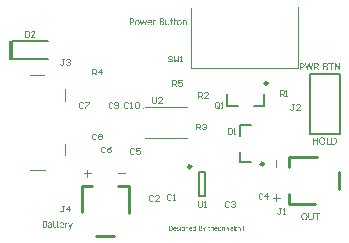
<source format=gto>
G04*
G04 #@! TF.GenerationSoftware,Altium Limited,Altium Designer,21.6.4 (81)*
G04*
G04 Layer_Color=65535*
%FSLAX44Y44*%
%MOMM*%
G71*
G04*
G04 #@! TF.SameCoordinates,8A05593B-3552-4C3B-B2EF-5CC55372FEEF*
G04*
G04*
G04 #@! TF.FilePolarity,Positive*
G04*
G01*
G75*
%ADD10C,0.2500*%
%ADD11C,0.1000*%
%ADD12C,0.2000*%
%ADD13C,0.2540*%
G36*
X214043Y11890D02*
X213434D01*
Y12441D01*
X214043D01*
Y11890D01*
D02*
G37*
G36*
X162111D02*
X161502D01*
Y12441D01*
X162111D01*
Y11890D01*
D02*
G37*
G36*
X174780Y8198D02*
X174249D01*
Y8516D01*
X174242Y8509D01*
X174229Y8496D01*
X174203Y8477D01*
X174171Y8457D01*
X174100Y8399D01*
X174028Y8341D01*
X174022D01*
X174015Y8328D01*
X173996Y8315D01*
X173970Y8302D01*
X173899Y8263D01*
X173815Y8218D01*
X173808D01*
X173795Y8211D01*
X173776Y8205D01*
X173743Y8192D01*
X173672Y8166D01*
X173581Y8140D01*
X173575D01*
X173562Y8134D01*
X173536Y8127D01*
X173497D01*
X173458Y8120D01*
X173407Y8114D01*
X173296Y8108D01*
X173251D01*
X173206Y8114D01*
X173141Y8120D01*
X173063Y8134D01*
X172985Y8153D01*
X172901Y8179D01*
X172817Y8211D01*
X172811Y8218D01*
X172778Y8231D01*
X172739Y8256D01*
X172687Y8295D01*
X172629Y8334D01*
X172565Y8393D01*
X172500Y8457D01*
X172441Y8529D01*
X172435Y8535D01*
X172416Y8567D01*
X172390Y8613D01*
X172351Y8671D01*
X172312Y8742D01*
X172273Y8833D01*
X172234Y8930D01*
X172202Y9040D01*
Y9047D01*
X172195Y9053D01*
Y9073D01*
X172189Y9099D01*
X172176Y9157D01*
X172163Y9247D01*
X172143Y9351D01*
X172131Y9474D01*
X172124Y9610D01*
X172118Y9753D01*
Y9759D01*
Y9772D01*
Y9792D01*
Y9824D01*
X172124Y9856D01*
Y9902D01*
X172131Y9999D01*
X172143Y10109D01*
X172163Y10232D01*
X172189Y10355D01*
X172221Y10472D01*
Y10478D01*
X172228Y10485D01*
X172241Y10524D01*
X172267Y10582D01*
X172299Y10653D01*
X172344Y10737D01*
X172396Y10821D01*
X172454Y10912D01*
X172519Y11003D01*
X172526Y11009D01*
X172551Y11035D01*
X172590Y11074D01*
X172636Y11119D01*
X172701Y11171D01*
X172772Y11229D01*
X172850Y11281D01*
X172940Y11327D01*
X172953Y11333D01*
X172985Y11346D01*
X173031Y11365D01*
X173096Y11391D01*
X173173Y11411D01*
X173264Y11430D01*
X173361Y11443D01*
X173458Y11450D01*
X173542D01*
X173601Y11443D01*
X173666Y11437D01*
X173737Y11424D01*
X173873Y11391D01*
X173879D01*
X173905Y11385D01*
X173938Y11372D01*
X173983Y11353D01*
X174041Y11327D01*
X174106Y11301D01*
X174249Y11229D01*
Y12603D01*
X174780D01*
Y8198D01*
D02*
G37*
G36*
X198408Y11443D02*
X198447D01*
X198492Y11437D01*
X198596Y11411D01*
X198712Y11372D01*
X198835Y11320D01*
X198952Y11242D01*
X199010Y11191D01*
X199062Y11139D01*
Y11132D01*
X199075Y11126D01*
X199088Y11106D01*
X199101Y11080D01*
X199127Y11048D01*
X199146Y11009D01*
X199172Y10964D01*
X199198Y10912D01*
X199217Y10854D01*
X199243Y10789D01*
X199269Y10718D01*
X199289Y10634D01*
X199301Y10549D01*
X199314Y10459D01*
X199327Y10355D01*
Y10251D01*
Y8198D01*
X198796D01*
Y9999D01*
Y10012D01*
Y10038D01*
Y10077D01*
Y10128D01*
X198790Y10193D01*
X198783Y10258D01*
X198770Y10400D01*
Y10407D01*
X198764Y10433D01*
Y10465D01*
X198751Y10510D01*
X198732Y10614D01*
X198712Y10660D01*
X198693Y10705D01*
Y10711D01*
X198680Y10724D01*
X198667Y10750D01*
X198647Y10776D01*
X198589Y10834D01*
X198511Y10886D01*
X198505D01*
X198492Y10893D01*
X198466Y10906D01*
X198427Y10919D01*
X198382Y10925D01*
X198330Y10938D01*
X198265Y10944D01*
X198162D01*
X198116Y10938D01*
X198064Y10932D01*
X198006Y10919D01*
X197935Y10899D01*
X197857Y10873D01*
X197779Y10834D01*
X197773Y10828D01*
X197747Y10815D01*
X197702Y10796D01*
X197650Y10763D01*
X197592Y10724D01*
X197520Y10673D01*
X197449Y10621D01*
X197371Y10556D01*
Y8198D01*
X196840D01*
Y11359D01*
X197371D01*
Y11009D01*
X197384Y11016D01*
X197410Y11042D01*
X197456Y11080D01*
X197520Y11132D01*
X197585Y11184D01*
X197669Y11236D01*
X197754Y11288D01*
X197838Y11333D01*
X197851Y11340D01*
X197877Y11353D01*
X197928Y11372D01*
X197987Y11391D01*
X198058Y11411D01*
X198142Y11430D01*
X198233Y11443D01*
X198330Y11450D01*
X198375D01*
X198408Y11443D01*
D02*
G37*
G36*
X167623D02*
X167661D01*
X167707Y11437D01*
X167810Y11411D01*
X167927Y11372D01*
X168050Y11320D01*
X168167Y11242D01*
X168225Y11191D01*
X168277Y11139D01*
Y11132D01*
X168290Y11126D01*
X168303Y11106D01*
X168316Y11080D01*
X168342Y11048D01*
X168361Y11009D01*
X168387Y10964D01*
X168413Y10912D01*
X168432Y10854D01*
X168458Y10789D01*
X168484Y10718D01*
X168503Y10634D01*
X168516Y10549D01*
X168529Y10459D01*
X168542Y10355D01*
Y10251D01*
Y8198D01*
X168011D01*
Y9999D01*
Y10012D01*
Y10038D01*
Y10077D01*
Y10128D01*
X168005Y10193D01*
X167998Y10258D01*
X167985Y10400D01*
Y10407D01*
X167979Y10433D01*
Y10465D01*
X167966Y10510D01*
X167946Y10614D01*
X167927Y10660D01*
X167908Y10705D01*
Y10711D01*
X167895Y10724D01*
X167882Y10750D01*
X167862Y10776D01*
X167804Y10834D01*
X167726Y10886D01*
X167720D01*
X167707Y10893D01*
X167681Y10906D01*
X167642Y10919D01*
X167597Y10925D01*
X167545Y10938D01*
X167480Y10944D01*
X167376D01*
X167331Y10938D01*
X167279Y10932D01*
X167221Y10919D01*
X167150Y10899D01*
X167072Y10873D01*
X166994Y10834D01*
X166988Y10828D01*
X166962Y10815D01*
X166917Y10796D01*
X166865Y10763D01*
X166806Y10724D01*
X166735Y10673D01*
X166664Y10621D01*
X166586Y10556D01*
Y8198D01*
X166055D01*
Y11359D01*
X166586D01*
Y11009D01*
X166599Y11016D01*
X166625Y11042D01*
X166670Y11080D01*
X166735Y11132D01*
X166800Y11184D01*
X166884Y11236D01*
X166968Y11288D01*
X167052Y11333D01*
X167066Y11340D01*
X167091Y11353D01*
X167143Y11372D01*
X167201Y11391D01*
X167273Y11411D01*
X167357Y11430D01*
X167448Y11443D01*
X167545Y11450D01*
X167590D01*
X167623Y11443D01*
D02*
G37*
G36*
X160032Y11430D02*
X160096D01*
X160174Y11417D01*
X160265Y11404D01*
X160362Y11391D01*
X160459Y11365D01*
X160472D01*
X160504Y11353D01*
X160556Y11340D01*
X160621Y11320D01*
X160692Y11301D01*
X160763Y11268D01*
X160841Y11236D01*
X160912Y11204D01*
Y10640D01*
X160880D01*
X160874Y10647D01*
X160848Y10666D01*
X160802Y10698D01*
X160750Y10731D01*
X160679Y10776D01*
X160602Y10815D01*
X160517Y10854D01*
X160427Y10893D01*
X160414Y10899D01*
X160381Y10906D01*
X160336Y10925D01*
X160271Y10944D01*
X160200Y10957D01*
X160116Y10977D01*
X160025Y10983D01*
X159928Y10990D01*
X159882D01*
X159837Y10983D01*
X159772Y10977D01*
X159701Y10964D01*
X159630Y10938D01*
X159552Y10912D01*
X159481Y10873D01*
X159474Y10867D01*
X159455Y10854D01*
X159423Y10828D01*
X159397Y10789D01*
X159364Y10744D01*
X159332Y10685D01*
X159312Y10621D01*
X159306Y10543D01*
Y10537D01*
Y10510D01*
X159312Y10472D01*
X159319Y10433D01*
X159332Y10381D01*
X159351Y10336D01*
X159377Y10284D01*
X159410Y10245D01*
X159416Y10238D01*
X159429Y10232D01*
X159455Y10213D01*
X159494Y10187D01*
X159539Y10161D01*
X159598Y10135D01*
X159662Y10109D01*
X159747Y10083D01*
X159753D01*
X159766Y10077D01*
X159792D01*
X159824Y10064D01*
X159863Y10057D01*
X159908Y10051D01*
X160012Y10025D01*
X160019D01*
X160038Y10018D01*
X160070Y10012D01*
X160109Y10005D01*
X160154Y9992D01*
X160206Y9979D01*
X160323Y9954D01*
X160329D01*
X160336Y9947D01*
X160355D01*
X160381Y9941D01*
X160446Y9915D01*
X160517Y9889D01*
X160608Y9843D01*
X160692Y9798D01*
X160776Y9733D01*
X160848Y9662D01*
X160854Y9656D01*
X160874Y9623D01*
X160906Y9578D01*
X160938Y9520D01*
X160971Y9442D01*
X161003Y9345D01*
X161022Y9235D01*
X161029Y9111D01*
Y9105D01*
Y9079D01*
X161022Y9034D01*
X161016Y8989D01*
X161010Y8924D01*
X160997Y8859D01*
X160971Y8794D01*
X160945Y8723D01*
X160938Y8716D01*
X160932Y8691D01*
X160912Y8658D01*
X160886Y8619D01*
X160854Y8567D01*
X160815Y8516D01*
X160763Y8464D01*
X160712Y8412D01*
X160705Y8406D01*
X160679Y8386D01*
X160647Y8360D01*
X160595Y8334D01*
X160543Y8295D01*
X160472Y8263D01*
X160401Y8231D01*
X160323Y8198D01*
X160317D01*
X160284Y8185D01*
X160239Y8179D01*
X160174Y8166D01*
X160103Y8153D01*
X160012Y8140D01*
X159908Y8134D01*
X159792Y8127D01*
X159740D01*
X159675Y8134D01*
X159598Y8140D01*
X159507Y8146D01*
X159410Y8166D01*
X159300Y8185D01*
X159196Y8211D01*
X159183Y8218D01*
X159151Y8224D01*
X159099Y8244D01*
X159034Y8263D01*
X158963Y8289D01*
X158885Y8321D01*
X158814Y8354D01*
X158743Y8386D01*
Y8989D01*
X158769D01*
X158781Y8975D01*
X158814Y8950D01*
X158859Y8911D01*
X158924Y8865D01*
X158930D01*
X158943Y8852D01*
X158963Y8839D01*
X158989Y8827D01*
X159028Y8807D01*
X159066Y8781D01*
X159170Y8729D01*
X159177D01*
X159196Y8716D01*
X159222Y8704D01*
X159261Y8691D01*
X159300Y8671D01*
X159351Y8658D01*
X159468Y8619D01*
X159474D01*
X159494Y8613D01*
X159526Y8606D01*
X159572Y8600D01*
X159623Y8587D01*
X159682Y8580D01*
X159805Y8574D01*
X159857D01*
X159889Y8580D01*
X159928D01*
X159973Y8587D01*
X160077Y8600D01*
X160083D01*
X160103Y8606D01*
X160129Y8613D01*
X160154Y8619D01*
X160226Y8645D01*
X160258Y8665D01*
X160291Y8678D01*
X160297D01*
X160303Y8691D01*
X160342Y8716D01*
X160394Y8762D01*
X160433Y8814D01*
Y8820D01*
X160439Y8827D01*
X160446Y8846D01*
X160459Y8872D01*
X160465Y8904D01*
X160472Y8937D01*
X160478Y9034D01*
Y9040D01*
Y9066D01*
X160472Y9099D01*
X160465Y9144D01*
X160452Y9189D01*
X160433Y9241D01*
X160407Y9286D01*
X160375Y9325D01*
X160368Y9332D01*
X160355Y9345D01*
X160329Y9358D01*
X160291Y9384D01*
X160239Y9409D01*
X160180Y9435D01*
X160103Y9461D01*
X160012Y9487D01*
X160006D01*
X159993Y9494D01*
X159973Y9500D01*
X159941Y9507D01*
X159902Y9513D01*
X159857Y9526D01*
X159805Y9532D01*
X159747Y9546D01*
X159740D01*
X159721Y9552D01*
X159688Y9558D01*
X159649Y9565D01*
X159604Y9578D01*
X159552Y9591D01*
X159442Y9617D01*
X159436D01*
X159429Y9623D01*
X159410Y9630D01*
X159384Y9636D01*
X159319Y9662D01*
X159241Y9694D01*
X159157Y9740D01*
X159066Y9798D01*
X158989Y9863D01*
X158917Y9941D01*
X158911Y9954D01*
X158891Y9979D01*
X158866Y10025D01*
X158840Y10089D01*
X158807Y10167D01*
X158781Y10258D01*
X158762Y10362D01*
X158756Y10472D01*
Y10478D01*
Y10491D01*
Y10510D01*
X158762Y10543D01*
X158769Y10582D01*
X158775Y10621D01*
X158794Y10718D01*
X158833Y10828D01*
X158891Y10944D01*
X158924Y11003D01*
X158969Y11061D01*
X159015Y11113D01*
X159073Y11165D01*
X159079Y11171D01*
X159086Y11178D01*
X159105Y11191D01*
X159131Y11210D01*
X159164Y11229D01*
X159202Y11249D01*
X159248Y11275D01*
X159300Y11301D01*
X159423Y11353D01*
X159572Y11391D01*
X159740Y11424D01*
X159934Y11437D01*
X159980D01*
X160032Y11430D01*
D02*
G37*
G36*
X202184Y7032D02*
X201614D01*
X202184Y8354D01*
X201037Y11359D01*
X201601D01*
X202469Y9008D01*
X203330Y11359D01*
X203887D01*
X202184Y7032D01*
D02*
G37*
G36*
X181555D02*
X180985D01*
X181555Y8354D01*
X180408Y11359D01*
X180972D01*
X181840Y9008D01*
X182701Y11359D01*
X183258D01*
X181555Y7032D01*
D02*
G37*
G36*
X215326Y8198D02*
X214795D01*
Y12603D01*
X215326D01*
Y8198D01*
D02*
G37*
G36*
X213998D02*
X213467D01*
Y11359D01*
X213998D01*
Y8198D01*
D02*
G37*
G36*
X210753Y11009D02*
X210766Y11016D01*
X210792Y11042D01*
X210837Y11080D01*
X210902Y11132D01*
X210967Y11184D01*
X211051Y11236D01*
X211135Y11288D01*
X211219Y11333D01*
X211232Y11340D01*
X211258Y11353D01*
X211310Y11372D01*
X211368Y11391D01*
X211439Y11411D01*
X211524Y11430D01*
X211614Y11443D01*
X211712Y11450D01*
X211757D01*
X211789Y11443D01*
X211828D01*
X211873Y11437D01*
X211977Y11411D01*
X212094Y11372D01*
X212217Y11320D01*
X212333Y11242D01*
X212391Y11191D01*
X212443Y11139D01*
Y11132D01*
X212456Y11126D01*
X212469Y11106D01*
X212482Y11080D01*
X212508Y11048D01*
X212528Y11009D01*
X212554Y10964D01*
X212579Y10912D01*
X212599Y10854D01*
X212625Y10789D01*
X212651Y10718D01*
X212670Y10634D01*
X212683Y10549D01*
X212696Y10459D01*
X212709Y10355D01*
Y10251D01*
Y8198D01*
X212178D01*
Y9999D01*
Y10012D01*
Y10038D01*
Y10077D01*
Y10128D01*
X212171Y10193D01*
X212165Y10258D01*
X212152Y10400D01*
Y10407D01*
X212145Y10433D01*
Y10465D01*
X212132Y10510D01*
X212113Y10614D01*
X212094Y10660D01*
X212074Y10705D01*
Y10711D01*
X212061Y10724D01*
X212048Y10750D01*
X212029Y10776D01*
X211971Y10834D01*
X211893Y10886D01*
X211886D01*
X211873Y10893D01*
X211847Y10906D01*
X211809Y10919D01*
X211763Y10925D01*
X211712Y10938D01*
X211647Y10944D01*
X211543D01*
X211498Y10938D01*
X211446Y10932D01*
X211388Y10919D01*
X211316Y10899D01*
X211239Y10873D01*
X211161Y10834D01*
X211154Y10828D01*
X211129Y10815D01*
X211083Y10796D01*
X211031Y10763D01*
X210973Y10724D01*
X210902Y10673D01*
X210831Y10621D01*
X210753Y10556D01*
Y8198D01*
X210222D01*
Y12603D01*
X210753D01*
Y11009D01*
D02*
G37*
G36*
X207864Y10018D02*
X209114Y11359D01*
X209781D01*
X208479Y10031D01*
X209956Y8198D01*
X209257D01*
X208078Y9720D01*
X207864Y9520D01*
Y8198D01*
X207333D01*
Y12603D01*
X207864D01*
Y10018D01*
D02*
G37*
G36*
X205481Y11430D02*
X205571Y11424D01*
X205662Y11417D01*
X205753Y11404D01*
X205837Y11385D01*
X205850D01*
X205876Y11372D01*
X205921Y11359D01*
X205973Y11340D01*
X206038Y11314D01*
X206102Y11281D01*
X206174Y11242D01*
X206245Y11197D01*
X206251Y11191D01*
X206271Y11171D01*
X206303Y11145D01*
X206342Y11106D01*
X206381Y11061D01*
X206420Y11003D01*
X206465Y10932D01*
X206497Y10860D01*
X206504Y10854D01*
X206510Y10821D01*
X206523Y10776D01*
X206543Y10718D01*
X206562Y10647D01*
X206575Y10562D01*
X206582Y10465D01*
X206588Y10355D01*
Y8198D01*
X206057D01*
Y8529D01*
X206044Y8522D01*
X206005Y8496D01*
X205953Y8451D01*
X205876Y8393D01*
X205869Y8386D01*
X205856Y8380D01*
X205837Y8360D01*
X205811Y8347D01*
X205746Y8302D01*
X205668Y8256D01*
X205662D01*
X205643Y8244D01*
X205617Y8237D01*
X205578Y8218D01*
X205494Y8185D01*
X205390Y8153D01*
X205383D01*
X205364Y8146D01*
X205338Y8140D01*
X205299Y8134D01*
X205247Y8120D01*
X205183Y8114D01*
X205111Y8108D01*
X204995D01*
X204956Y8114D01*
X204911D01*
X204852Y8127D01*
X204788Y8140D01*
X204723Y8153D01*
X204652Y8179D01*
X204645Y8185D01*
X204626Y8192D01*
X204587Y8211D01*
X204548Y8231D01*
X204451Y8295D01*
X204347Y8386D01*
X204341Y8393D01*
X204328Y8412D01*
X204302Y8438D01*
X204276Y8477D01*
X204237Y8522D01*
X204205Y8574D01*
X204172Y8639D01*
X204140Y8704D01*
Y8710D01*
X204127Y8736D01*
X204120Y8775D01*
X204107Y8827D01*
X204095Y8891D01*
X204082Y8956D01*
X204075Y9034D01*
X204069Y9111D01*
Y9118D01*
Y9125D01*
Y9163D01*
X204075Y9228D01*
X204088Y9306D01*
X204101Y9390D01*
X204127Y9481D01*
X204159Y9578D01*
X204205Y9668D01*
X204211Y9682D01*
X204230Y9707D01*
X204263Y9753D01*
X204308Y9805D01*
X204373Y9863D01*
X204451Y9921D01*
X204541Y9986D01*
X204645Y10038D01*
X204658Y10044D01*
X204690Y10057D01*
X204749Y10077D01*
X204826Y10102D01*
X204917Y10135D01*
X205021Y10161D01*
X205144Y10187D01*
X205273Y10206D01*
X205293D01*
X205312Y10213D01*
X205338D01*
X205371Y10219D01*
X205409D01*
X205506Y10232D01*
X205623Y10245D01*
X205759Y10258D01*
X205902Y10264D01*
X206057Y10277D01*
Y10374D01*
Y10381D01*
Y10407D01*
Y10439D01*
X206051Y10485D01*
X206031Y10582D01*
X206018Y10634D01*
X205999Y10679D01*
Y10685D01*
X205986Y10698D01*
X205973Y10718D01*
X205960Y10744D01*
X205908Y10802D01*
X205837Y10860D01*
X205830D01*
X205817Y10873D01*
X205798Y10880D01*
X205772Y10893D01*
X205733Y10912D01*
X205694Y10925D01*
X205591Y10944D01*
X205584D01*
X205565Y10951D01*
X205532D01*
X205500Y10957D01*
X205448Y10964D01*
X205403D01*
X205286Y10970D01*
X205215D01*
X205163Y10964D01*
X205098Y10957D01*
X205027Y10944D01*
X204943Y10932D01*
X204852Y10912D01*
X204839D01*
X204807Y10899D01*
X204762Y10886D01*
X204697Y10873D01*
X204626Y10847D01*
X204541Y10821D01*
X204354Y10750D01*
X204328D01*
Y11288D01*
X204334D01*
X204354Y11294D01*
X204386Y11307D01*
X204431Y11320D01*
X204490Y11333D01*
X204561Y11346D01*
X204645Y11365D01*
X204742Y11385D01*
X204755D01*
X204788Y11391D01*
X204846Y11404D01*
X204917Y11411D01*
X205001Y11424D01*
X205092Y11430D01*
X205293Y11437D01*
X205409D01*
X205481Y11430D01*
D02*
G37*
G36*
X200616Y8198D02*
X200085D01*
Y12603D01*
X200616D01*
Y8198D01*
D02*
G37*
G36*
X187941Y11009D02*
X187954Y11016D01*
X187980Y11042D01*
X188025Y11080D01*
X188090Y11132D01*
X188155Y11184D01*
X188239Y11236D01*
X188323Y11288D01*
X188407Y11333D01*
X188420Y11340D01*
X188446Y11353D01*
X188498Y11372D01*
X188556Y11391D01*
X188627Y11411D01*
X188712Y11430D01*
X188802Y11443D01*
X188899Y11450D01*
X188945D01*
X188977Y11443D01*
X189016D01*
X189061Y11437D01*
X189165Y11411D01*
X189282Y11372D01*
X189405Y11320D01*
X189521Y11242D01*
X189580Y11191D01*
X189631Y11139D01*
Y11132D01*
X189644Y11126D01*
X189657Y11106D01*
X189670Y11080D01*
X189696Y11048D01*
X189716Y11009D01*
X189741Y10964D01*
X189767Y10912D01*
X189787Y10854D01*
X189813Y10789D01*
X189839Y10718D01*
X189858Y10634D01*
X189871Y10549D01*
X189884Y10459D01*
X189897Y10355D01*
Y10251D01*
Y8198D01*
X189366D01*
Y9999D01*
Y10012D01*
Y10038D01*
Y10077D01*
Y10128D01*
X189359Y10193D01*
X189353Y10258D01*
X189340Y10400D01*
Y10407D01*
X189333Y10433D01*
Y10465D01*
X189321Y10510D01*
X189301Y10614D01*
X189282Y10660D01*
X189262Y10705D01*
Y10711D01*
X189249Y10724D01*
X189236Y10750D01*
X189217Y10776D01*
X189158Y10834D01*
X189081Y10886D01*
X189074D01*
X189061Y10893D01*
X189035Y10906D01*
X188997Y10919D01*
X188951Y10925D01*
X188899Y10938D01*
X188835Y10944D01*
X188731D01*
X188686Y10938D01*
X188634Y10932D01*
X188576Y10919D01*
X188504Y10899D01*
X188427Y10873D01*
X188349Y10834D01*
X188342Y10828D01*
X188316Y10815D01*
X188271Y10796D01*
X188219Y10763D01*
X188161Y10724D01*
X188090Y10673D01*
X188019Y10621D01*
X187941Y10556D01*
Y8198D01*
X187410D01*
Y12603D01*
X187941D01*
Y11009D01*
D02*
G37*
G36*
X178769Y12408D02*
X178880D01*
X178990Y12402D01*
X179093Y12395D01*
X179184Y12382D01*
X179197D01*
X179223Y12376D01*
X179268Y12369D01*
X179326Y12350D01*
X179391Y12331D01*
X179463Y12311D01*
X179540Y12279D01*
X179618Y12240D01*
X179631Y12233D01*
X179657Y12220D01*
X179696Y12188D01*
X179748Y12156D01*
X179799Y12110D01*
X179851Y12052D01*
X179903Y11994D01*
X179948Y11923D01*
X179955Y11916D01*
X179968Y11890D01*
X179981Y11845D01*
X180007Y11793D01*
X180026Y11722D01*
X180039Y11644D01*
X180052Y11553D01*
X180058Y11456D01*
Y11443D01*
Y11404D01*
X180052Y11353D01*
X180039Y11281D01*
X180019Y11197D01*
X179987Y11106D01*
X179948Y11016D01*
X179896Y10925D01*
X179890Y10912D01*
X179870Y10886D01*
X179832Y10847D01*
X179786Y10789D01*
X179722Y10731D01*
X179650Y10673D01*
X179566Y10614D01*
X179469Y10556D01*
Y10537D01*
X179475D01*
X179488Y10530D01*
X179508Y10524D01*
X179534Y10517D01*
X179599Y10491D01*
X179683Y10452D01*
X179773Y10400D01*
X179870Y10336D01*
X179968Y10258D01*
X180052Y10161D01*
X180058Y10148D01*
X180084Y10115D01*
X180117Y10057D01*
X180156Y9979D01*
X180194Y9882D01*
X180227Y9766D01*
X180253Y9636D01*
X180259Y9487D01*
Y9481D01*
Y9474D01*
Y9435D01*
X180253Y9377D01*
X180246Y9299D01*
X180227Y9215D01*
X180207Y9125D01*
X180175Y9027D01*
X180136Y8930D01*
X180130Y8917D01*
X180117Y8891D01*
X180091Y8846D01*
X180052Y8794D01*
X180007Y8729D01*
X179955Y8665D01*
X179890Y8600D01*
X179819Y8535D01*
X179806Y8529D01*
X179780Y8503D01*
X179728Y8477D01*
X179663Y8438D01*
X179585Y8393D01*
X179501Y8347D01*
X179404Y8308D01*
X179307Y8276D01*
X179294D01*
X179255Y8263D01*
X179197Y8250D01*
X179119Y8237D01*
X179016Y8224D01*
X178899Y8211D01*
X178763Y8205D01*
X178608Y8198D01*
X177403D01*
Y12415D01*
X178672D01*
X178769Y12408D01*
D02*
G37*
G36*
X162065Y8198D02*
X161534D01*
Y11359D01*
X162065D01*
Y8198D01*
D02*
G37*
G36*
X153159Y12408D02*
X153295Y12402D01*
X153444Y12395D01*
X153600Y12376D01*
X153749Y12356D01*
X153885Y12324D01*
X153891D01*
X153898Y12318D01*
X153917D01*
X153943Y12305D01*
X154001Y12285D01*
X154086Y12259D01*
X154176Y12227D01*
X154273Y12182D01*
X154371Y12136D01*
X154461Y12078D01*
X154468D01*
X154481Y12065D01*
X154500Y12052D01*
X154526Y12026D01*
X154604Y11968D01*
X154694Y11884D01*
X154792Y11780D01*
X154902Y11657D01*
X154999Y11521D01*
X155090Y11359D01*
Y11353D01*
X155103Y11340D01*
X155109Y11314D01*
X155128Y11281D01*
X155141Y11236D01*
X155161Y11184D01*
X155180Y11126D01*
X155206Y11061D01*
X155225Y10990D01*
X155245Y10906D01*
X155264Y10821D01*
X155284Y10724D01*
X155310Y10524D01*
X155316Y10297D01*
Y10290D01*
Y10271D01*
Y10238D01*
X155310Y10200D01*
Y10148D01*
X155303Y10089D01*
X155297Y10025D01*
X155290Y9954D01*
X155258Y9792D01*
X155219Y9617D01*
X155161Y9435D01*
X155083Y9254D01*
Y9247D01*
X155070Y9235D01*
X155057Y9209D01*
X155038Y9176D01*
X155018Y9137D01*
X154986Y9092D01*
X154915Y8995D01*
X154830Y8878D01*
X154720Y8755D01*
X154597Y8639D01*
X154455Y8535D01*
X154448D01*
X154442Y8529D01*
X154422Y8516D01*
X154403Y8503D01*
X154338Y8464D01*
X154254Y8425D01*
X154157Y8380D01*
X154047Y8334D01*
X153930Y8295D01*
X153807Y8263D01*
X153794D01*
X153775Y8256D01*
X153749Y8250D01*
X153716D01*
X153678Y8244D01*
X153580Y8231D01*
X153457Y8218D01*
X153315Y8211D01*
X153146Y8198D01*
X152000D01*
Y12415D01*
X153101D01*
X153159Y12408D01*
D02*
G37*
G36*
X186043Y11359D02*
X187021D01*
Y10912D01*
X186043D01*
Y9409D01*
Y9396D01*
Y9371D01*
Y9325D01*
Y9273D01*
Y9150D01*
X186050Y9092D01*
Y9040D01*
Y9034D01*
Y9021D01*
X186056Y8995D01*
X186063Y8963D01*
X186082Y8885D01*
X186114Y8794D01*
Y8788D01*
X186121Y8781D01*
X186153Y8742D01*
X186199Y8691D01*
X186263Y8645D01*
X186270D01*
X186283Y8639D01*
X186309Y8632D01*
X186341Y8626D01*
X186386Y8613D01*
X186438Y8606D01*
X186497Y8600D01*
X186607D01*
X186639Y8606D01*
X186723Y8619D01*
X186807Y8639D01*
X186814D01*
X186827Y8645D01*
X186853Y8652D01*
X186879Y8665D01*
X186937Y8684D01*
X186989Y8704D01*
X187021D01*
Y8224D01*
X187015D01*
X186995Y8218D01*
X186963Y8211D01*
X186924Y8205D01*
X186879Y8192D01*
X186827Y8179D01*
X186710Y8159D01*
X186704D01*
X186684Y8153D01*
X186658D01*
X186620Y8146D01*
X186529Y8140D01*
X186432Y8134D01*
X186393D01*
X186360Y8140D01*
X186322D01*
X186283Y8146D01*
X186186Y8166D01*
X186075Y8192D01*
X185959Y8237D01*
X185849Y8295D01*
X185752Y8380D01*
X185739Y8393D01*
X185713Y8425D01*
X185674Y8483D01*
X185635Y8567D01*
X185590Y8678D01*
X185551Y8814D01*
X185531Y8891D01*
X185525Y8969D01*
X185512Y9060D01*
Y9157D01*
Y10912D01*
X185156D01*
Y11359D01*
X185512D01*
Y12266D01*
X186043D01*
Y11359D01*
D02*
G37*
G36*
X191989Y11443D02*
X192060Y11437D01*
X192138Y11430D01*
X192229Y11411D01*
X192319Y11391D01*
X192404Y11359D01*
X192416Y11353D01*
X192442Y11346D01*
X192481Y11320D01*
X192540Y11294D01*
X192598Y11255D01*
X192669Y11210D01*
X192734Y11158D01*
X192799Y11093D01*
X192805Y11087D01*
X192824Y11061D01*
X192857Y11022D01*
X192896Y10970D01*
X192941Y10906D01*
X192987Y10834D01*
X193025Y10744D01*
X193064Y10653D01*
X193071Y10640D01*
X193077Y10608D01*
X193090Y10549D01*
X193109Y10478D01*
X193129Y10381D01*
X193142Y10271D01*
X193148Y10148D01*
X193155Y10012D01*
Y9727D01*
X190959D01*
Y9720D01*
Y9701D01*
Y9675D01*
X190966Y9636D01*
Y9591D01*
X190972Y9532D01*
X190991Y9409D01*
X191024Y9273D01*
X191076Y9131D01*
X191140Y9001D01*
X191231Y8878D01*
X191238D01*
X191244Y8865D01*
X191283Y8833D01*
X191348Y8788D01*
X191432Y8736D01*
X191542Y8684D01*
X191672Y8639D01*
X191827Y8606D01*
X191911Y8600D01*
X192002Y8593D01*
X192067D01*
X192112Y8600D01*
X192164D01*
X192222Y8613D01*
X192345Y8632D01*
X192352D01*
X192378Y8639D01*
X192410Y8645D01*
X192449Y8658D01*
X192553Y8691D01*
X192656Y8729D01*
X192663D01*
X192682Y8742D01*
X192708Y8755D01*
X192740Y8768D01*
X192818Y8807D01*
X192896Y8852D01*
X192902D01*
X192915Y8865D01*
X192954Y8891D01*
X193012Y8930D01*
X193064Y8975D01*
X193097D01*
Y8393D01*
X193090D01*
X193077Y8386D01*
X193058Y8380D01*
X193032Y8367D01*
X192993Y8354D01*
X192954Y8334D01*
X192857Y8295D01*
X192850D01*
X192831Y8289D01*
X192805Y8276D01*
X192773Y8263D01*
X192695Y8237D01*
X192611Y8211D01*
X192604D01*
X192585Y8205D01*
X192553Y8198D01*
X192520Y8192D01*
X192423Y8172D01*
X192326Y8153D01*
X192319D01*
X192306Y8146D01*
X192274D01*
X192242Y8140D01*
X192196Y8134D01*
X192138D01*
X192080Y8127D01*
X191937D01*
X191885Y8134D01*
X191821Y8140D01*
X191749Y8146D01*
X191665Y8159D01*
X191581Y8179D01*
X191393Y8231D01*
X191296Y8263D01*
X191199Y8302D01*
X191102Y8354D01*
X191005Y8412D01*
X190920Y8477D01*
X190836Y8548D01*
X190830Y8554D01*
X190817Y8567D01*
X190797Y8593D01*
X190771Y8626D01*
X190739Y8671D01*
X190707Y8723D01*
X190668Y8788D01*
X190629Y8859D01*
X190590Y8943D01*
X190551Y9034D01*
X190519Y9131D01*
X190486Y9241D01*
X190460Y9358D01*
X190441Y9481D01*
X190428Y9617D01*
X190422Y9759D01*
Y9766D01*
Y9792D01*
Y9830D01*
X190428Y9889D01*
X190434Y9954D01*
X190441Y10025D01*
X190454Y10109D01*
X190473Y10200D01*
X190519Y10400D01*
X190551Y10504D01*
X190590Y10601D01*
X190635Y10705D01*
X190694Y10802D01*
X190752Y10899D01*
X190823Y10990D01*
X190830Y10996D01*
X190843Y11009D01*
X190868Y11035D01*
X190894Y11061D01*
X190940Y11093D01*
X190985Y11132D01*
X191043Y11178D01*
X191108Y11223D01*
X191179Y11262D01*
X191264Y11307D01*
X191348Y11346D01*
X191445Y11379D01*
X191542Y11404D01*
X191652Y11430D01*
X191769Y11443D01*
X191885Y11450D01*
X191937D01*
X191989Y11443D01*
D02*
G37*
G36*
X170634D02*
X170706Y11437D01*
X170783Y11430D01*
X170874Y11411D01*
X170965Y11391D01*
X171049Y11359D01*
X171062Y11353D01*
X171088Y11346D01*
X171127Y11320D01*
X171185Y11294D01*
X171243Y11255D01*
X171314Y11210D01*
X171379Y11158D01*
X171444Y11093D01*
X171450Y11087D01*
X171470Y11061D01*
X171502Y11022D01*
X171541Y10970D01*
X171586Y10906D01*
X171632Y10834D01*
X171671Y10744D01*
X171709Y10653D01*
X171716Y10640D01*
X171723Y10608D01*
X171735Y10549D01*
X171755Y10478D01*
X171774Y10381D01*
X171787Y10271D01*
X171794Y10148D01*
X171800Y10012D01*
Y9727D01*
X169604D01*
Y9720D01*
Y9701D01*
Y9675D01*
X169611Y9636D01*
Y9591D01*
X169617Y9532D01*
X169637Y9409D01*
X169669Y9273D01*
X169721Y9131D01*
X169786Y9001D01*
X169876Y8878D01*
X169883D01*
X169890Y8865D01*
X169928Y8833D01*
X169993Y8788D01*
X170077Y8736D01*
X170187Y8684D01*
X170317Y8639D01*
X170472Y8606D01*
X170557Y8600D01*
X170647Y8593D01*
X170712D01*
X170757Y8600D01*
X170809D01*
X170868Y8613D01*
X170991Y8632D01*
X170997D01*
X171023Y8639D01*
X171055Y8645D01*
X171094Y8658D01*
X171198Y8691D01*
X171301Y8729D01*
X171308D01*
X171327Y8742D01*
X171353Y8755D01*
X171386Y8768D01*
X171463Y8807D01*
X171541Y8852D01*
X171548D01*
X171560Y8865D01*
X171599Y8891D01*
X171658Y8930D01*
X171709Y8975D01*
X171742D01*
Y8393D01*
X171735D01*
X171723Y8386D01*
X171703Y8380D01*
X171677Y8367D01*
X171638Y8354D01*
X171599Y8334D01*
X171502Y8295D01*
X171496D01*
X171476Y8289D01*
X171450Y8276D01*
X171418Y8263D01*
X171340Y8237D01*
X171256Y8211D01*
X171250D01*
X171230Y8205D01*
X171198Y8198D01*
X171165Y8192D01*
X171068Y8172D01*
X170971Y8153D01*
X170965D01*
X170952Y8146D01*
X170919D01*
X170887Y8140D01*
X170842Y8134D01*
X170783D01*
X170725Y8127D01*
X170583D01*
X170531Y8134D01*
X170466Y8140D01*
X170395Y8146D01*
X170310Y8159D01*
X170226Y8179D01*
X170038Y8231D01*
X169941Y8263D01*
X169844Y8302D01*
X169747Y8354D01*
X169650Y8412D01*
X169566Y8477D01*
X169481Y8548D01*
X169475Y8554D01*
X169462Y8567D01*
X169443Y8593D01*
X169417Y8626D01*
X169384Y8671D01*
X169352Y8723D01*
X169313Y8788D01*
X169274Y8859D01*
X169235Y8943D01*
X169196Y9034D01*
X169164Y9131D01*
X169132Y9241D01*
X169106Y9358D01*
X169086Y9481D01*
X169073Y9617D01*
X169067Y9759D01*
Y9766D01*
Y9792D01*
Y9830D01*
X169073Y9889D01*
X169080Y9954D01*
X169086Y10025D01*
X169099Y10109D01*
X169119Y10200D01*
X169164Y10400D01*
X169196Y10504D01*
X169235Y10601D01*
X169281Y10705D01*
X169339Y10802D01*
X169397Y10899D01*
X169468Y10990D01*
X169475Y10996D01*
X169488Y11009D01*
X169514Y11035D01*
X169540Y11061D01*
X169585Y11093D01*
X169630Y11132D01*
X169689Y11178D01*
X169753Y11223D01*
X169825Y11262D01*
X169909Y11307D01*
X169993Y11346D01*
X170090Y11379D01*
X170187Y11404D01*
X170298Y11430D01*
X170414Y11443D01*
X170531Y11450D01*
X170583D01*
X170634Y11443D01*
D02*
G37*
G36*
X157233D02*
X157305Y11437D01*
X157382Y11430D01*
X157473Y11411D01*
X157564Y11391D01*
X157648Y11359D01*
X157661Y11353D01*
X157687Y11346D01*
X157726Y11320D01*
X157784Y11294D01*
X157842Y11255D01*
X157914Y11210D01*
X157978Y11158D01*
X158043Y11093D01*
X158049Y11087D01*
X158069Y11061D01*
X158101Y11022D01*
X158140Y10970D01*
X158186Y10906D01*
X158231Y10834D01*
X158270Y10744D01*
X158309Y10653D01*
X158315Y10640D01*
X158322Y10608D01*
X158335Y10549D01*
X158354Y10478D01*
X158373Y10381D01*
X158386Y10271D01*
X158393Y10148D01*
X158399Y10012D01*
Y9727D01*
X156204D01*
Y9720D01*
Y9701D01*
Y9675D01*
X156210Y9636D01*
Y9591D01*
X156216Y9532D01*
X156236Y9409D01*
X156268Y9273D01*
X156320Y9131D01*
X156385Y9001D01*
X156476Y8878D01*
X156482D01*
X156489Y8865D01*
X156527Y8833D01*
X156592Y8788D01*
X156676Y8736D01*
X156786Y8684D01*
X156916Y8639D01*
X157072Y8606D01*
X157156Y8600D01*
X157246Y8593D01*
X157311D01*
X157357Y8600D01*
X157408D01*
X157467Y8613D01*
X157590Y8632D01*
X157596D01*
X157622Y8639D01*
X157654Y8645D01*
X157693Y8658D01*
X157797Y8691D01*
X157900Y8729D01*
X157907D01*
X157927Y8742D01*
X157952Y8755D01*
X157985Y8768D01*
X158062Y8807D01*
X158140Y8852D01*
X158147D01*
X158160Y8865D01*
X158198Y8891D01*
X158257Y8930D01*
X158309Y8975D01*
X158341D01*
Y8393D01*
X158335D01*
X158322Y8386D01*
X158302Y8380D01*
X158276Y8367D01*
X158237Y8354D01*
X158198Y8334D01*
X158101Y8295D01*
X158095D01*
X158075Y8289D01*
X158049Y8276D01*
X158017Y8263D01*
X157939Y8237D01*
X157855Y8211D01*
X157849D01*
X157829Y8205D01*
X157797Y8198D01*
X157765Y8192D01*
X157667Y8172D01*
X157570Y8153D01*
X157564D01*
X157551Y8146D01*
X157518D01*
X157486Y8140D01*
X157441Y8134D01*
X157382D01*
X157324Y8127D01*
X157182D01*
X157130Y8134D01*
X157065Y8140D01*
X156994Y8146D01*
X156910Y8159D01*
X156825Y8179D01*
X156637Y8231D01*
X156540Y8263D01*
X156443Y8302D01*
X156346Y8354D01*
X156249Y8412D01*
X156165Y8477D01*
X156081Y8548D01*
X156074Y8554D01*
X156061Y8567D01*
X156042Y8593D01*
X156016Y8626D01*
X155983Y8671D01*
X155951Y8723D01*
X155912Y8788D01*
X155873Y8859D01*
X155834Y8943D01*
X155795Y9034D01*
X155763Y9131D01*
X155731Y9241D01*
X155705Y9358D01*
X155685Y9481D01*
X155673Y9617D01*
X155666Y9759D01*
Y9766D01*
Y9792D01*
Y9830D01*
X155673Y9889D01*
X155679Y9954D01*
X155685Y10025D01*
X155698Y10109D01*
X155718Y10200D01*
X155763Y10400D01*
X155795Y10504D01*
X155834Y10601D01*
X155880Y10705D01*
X155938Y10802D01*
X155996Y10899D01*
X156068Y10990D01*
X156074Y10996D01*
X156087Y11009D01*
X156113Y11035D01*
X156139Y11061D01*
X156184Y11093D01*
X156229Y11132D01*
X156288Y11178D01*
X156353Y11223D01*
X156424Y11262D01*
X156508Y11307D01*
X156592Y11346D01*
X156689Y11379D01*
X156786Y11404D01*
X156897Y11430D01*
X157013Y11443D01*
X157130Y11450D01*
X157182D01*
X157233Y11443D01*
D02*
G37*
G36*
X194988D02*
X195046Y11437D01*
X195104Y11424D01*
X195176Y11411D01*
X195253Y11398D01*
X195415Y11340D01*
X195499Y11307D01*
X195584Y11262D01*
X195674Y11216D01*
X195752Y11152D01*
X195836Y11087D01*
X195908Y11009D01*
X195914Y11003D01*
X195927Y10990D01*
X195946Y10964D01*
X195966Y10925D01*
X195998Y10886D01*
X196031Y10828D01*
X196063Y10763D01*
X196102Y10692D01*
X196141Y10608D01*
X196173Y10517D01*
X196206Y10413D01*
X196238Y10303D01*
X196257Y10180D01*
X196277Y10057D01*
X196290Y9915D01*
X196296Y9772D01*
Y9766D01*
Y9740D01*
Y9694D01*
X196290Y9643D01*
X196283Y9571D01*
X196277Y9500D01*
X196264Y9409D01*
X196251Y9319D01*
X196199Y9125D01*
X196173Y9021D01*
X196134Y8917D01*
X196089Y8814D01*
X196037Y8716D01*
X195979Y8626D01*
X195908Y8541D01*
X195901Y8535D01*
X195888Y8522D01*
X195869Y8503D01*
X195836Y8477D01*
X195798Y8438D01*
X195752Y8406D01*
X195700Y8367D01*
X195636Y8328D01*
X195564Y8282D01*
X195493Y8244D01*
X195409Y8211D01*
X195312Y8179D01*
X195215Y8146D01*
X195111Y8127D01*
X195001Y8114D01*
X194884Y8108D01*
X194819D01*
X194774Y8114D01*
X194722Y8120D01*
X194657Y8134D01*
X194586Y8146D01*
X194509Y8166D01*
X194424Y8185D01*
X194340Y8218D01*
X194256Y8250D01*
X194172Y8295D01*
X194081Y8347D01*
X194003Y8406D01*
X193919Y8477D01*
X193848Y8554D01*
X193841Y8561D01*
X193835Y8574D01*
X193815Y8600D01*
X193790Y8639D01*
X193764Y8684D01*
X193731Y8736D01*
X193692Y8801D01*
X193660Y8872D01*
X193628Y8956D01*
X193589Y9047D01*
X193556Y9150D01*
X193531Y9254D01*
X193505Y9371D01*
X193492Y9500D01*
X193479Y9630D01*
X193472Y9772D01*
Y9779D01*
Y9805D01*
Y9850D01*
X193479Y9902D01*
X193485Y9973D01*
X193492Y10051D01*
X193505Y10135D01*
X193524Y10226D01*
X193569Y10426D01*
X193602Y10530D01*
X193634Y10634D01*
X193680Y10731D01*
X193731Y10828D01*
X193790Y10925D01*
X193861Y11009D01*
X193867Y11016D01*
X193880Y11029D01*
X193900Y11048D01*
X193932Y11080D01*
X193971Y11113D01*
X194016Y11152D01*
X194075Y11191D01*
X194133Y11229D01*
X194204Y11268D01*
X194282Y11314D01*
X194366Y11346D01*
X194457Y11379D01*
X194554Y11411D01*
X194657Y11430D01*
X194768Y11443D01*
X194884Y11450D01*
X194949D01*
X194988Y11443D01*
D02*
G37*
G36*
X164112D02*
X164177Y11437D01*
X164248Y11424D01*
X164319Y11411D01*
X164391Y11391D01*
X164397D01*
X164423Y11379D01*
X164455Y11365D01*
X164507Y11346D01*
X164559Y11327D01*
X164624Y11294D01*
X164760Y11223D01*
X164786Y11359D01*
X165291D01*
Y8554D01*
Y8548D01*
Y8522D01*
Y8477D01*
X165284Y8425D01*
X165278Y8360D01*
X165271Y8282D01*
X165258Y8198D01*
X165245Y8108D01*
X165207Y7920D01*
X165142Y7725D01*
X165103Y7628D01*
X165051Y7538D01*
X164999Y7460D01*
X164935Y7382D01*
X164928Y7376D01*
X164915Y7363D01*
X164896Y7350D01*
X164870Y7324D01*
X164831Y7291D01*
X164786Y7259D01*
X164734Y7227D01*
X164669Y7194D01*
X164598Y7156D01*
X164520Y7123D01*
X164429Y7091D01*
X164332Y7058D01*
X164229Y7032D01*
X164112Y7019D01*
X163989Y7006D01*
X163859Y7000D01*
X163775D01*
X163710Y7006D01*
X163639D01*
X163561Y7019D01*
X163380Y7039D01*
X163367D01*
X163341Y7045D01*
X163296Y7052D01*
X163238Y7065D01*
X163166Y7084D01*
X163089Y7097D01*
X162933Y7143D01*
Y7693D01*
X162959D01*
X162972Y7687D01*
X162998Y7680D01*
X163050Y7661D01*
X163114Y7635D01*
X163121D01*
X163134Y7628D01*
X163153Y7622D01*
X163186Y7609D01*
X163263Y7589D01*
X163354Y7563D01*
X163361D01*
X163380Y7557D01*
X163406Y7551D01*
X163445Y7544D01*
X163529Y7525D01*
X163626Y7505D01*
X163633D01*
X163652Y7499D01*
X163678D01*
X163710Y7492D01*
X163749Y7486D01*
X163801D01*
X163905Y7479D01*
X163944D01*
X163989Y7486D01*
X164047D01*
X164112Y7499D01*
X164183Y7512D01*
X164254Y7525D01*
X164319Y7551D01*
X164326D01*
X164345Y7563D01*
X164377Y7577D01*
X164416Y7596D01*
X164507Y7654D01*
X164552Y7687D01*
X164591Y7725D01*
X164598Y7732D01*
X164604Y7745D01*
X164624Y7771D01*
X164643Y7803D01*
X164662Y7842D01*
X164682Y7887D01*
X164721Y7997D01*
Y8004D01*
X164727Y8023D01*
X164734Y8056D01*
X164740Y8095D01*
X164747Y8146D01*
X164753Y8205D01*
X164760Y8334D01*
Y8613D01*
X164753Y8606D01*
X164721Y8580D01*
X164682Y8548D01*
X164624Y8509D01*
X164559Y8464D01*
X164488Y8418D01*
X164410Y8373D01*
X164332Y8334D01*
X164326Y8328D01*
X164293Y8321D01*
X164248Y8308D01*
X164190Y8295D01*
X164112Y8276D01*
X164028Y8263D01*
X163924Y8256D01*
X163814Y8250D01*
X163762D01*
X163723Y8256D01*
X163678Y8263D01*
X163626Y8270D01*
X163503Y8302D01*
X163361Y8347D01*
X163289Y8380D01*
X163218Y8418D01*
X163147Y8464D01*
X163076Y8522D01*
X163011Y8580D01*
X162946Y8652D01*
X162940Y8658D01*
X162933Y8671D01*
X162920Y8697D01*
X162894Y8729D01*
X162875Y8768D01*
X162849Y8820D01*
X162817Y8878D01*
X162791Y8950D01*
X162758Y9021D01*
X162732Y9111D01*
X162700Y9202D01*
X162681Y9306D01*
X162661Y9422D01*
X162642Y9539D01*
X162635Y9668D01*
X162629Y9805D01*
Y9811D01*
Y9824D01*
Y9843D01*
Y9869D01*
X162635Y9947D01*
X162642Y10038D01*
X162655Y10148D01*
X162674Y10264D01*
X162700Y10388D01*
X162739Y10504D01*
Y10510D01*
X162745Y10517D01*
X162758Y10556D01*
X162784Y10614D01*
X162817Y10685D01*
X162862Y10763D01*
X162914Y10854D01*
X162972Y10938D01*
X163037Y11022D01*
X163043Y11029D01*
X163069Y11055D01*
X163108Y11093D01*
X163153Y11139D01*
X163218Y11184D01*
X163289Y11236D01*
X163367Y11288D01*
X163458Y11333D01*
X163471Y11340D01*
X163503Y11353D01*
X163549Y11372D01*
X163613Y11391D01*
X163691Y11411D01*
X163775Y11430D01*
X163866Y11443D01*
X163963Y11450D01*
X164054D01*
X164112Y11443D01*
D02*
G37*
G36*
X165801Y186761D02*
X165857D01*
X165921Y186752D01*
X166069Y186715D01*
X166236Y186660D01*
X166411Y186586D01*
X166578Y186475D01*
X166661Y186401D01*
X166735Y186327D01*
Y186318D01*
X166754Y186308D01*
X166772Y186281D01*
X166791Y186244D01*
X166828Y186197D01*
X166855Y186142D01*
X166892Y186077D01*
X166929Y186003D01*
X166957Y185920D01*
X166994Y185828D01*
X167031Y185726D01*
X167059Y185606D01*
X167077Y185486D01*
X167096Y185356D01*
X167114Y185208D01*
Y185060D01*
Y182129D01*
X166356D01*
Y184700D01*
Y184718D01*
Y184755D01*
Y184811D01*
Y184885D01*
X166347Y184977D01*
X166338Y185070D01*
X166319Y185273D01*
Y185282D01*
X166310Y185319D01*
Y185365D01*
X166291Y185430D01*
X166264Y185578D01*
X166236Y185643D01*
X166208Y185707D01*
Y185717D01*
X166189Y185735D01*
X166171Y185772D01*
X166143Y185809D01*
X166060Y185892D01*
X165949Y185966D01*
X165940D01*
X165921Y185976D01*
X165884Y185994D01*
X165829Y186013D01*
X165764Y186022D01*
X165690Y186040D01*
X165598Y186050D01*
X165450D01*
X165385Y186040D01*
X165311Y186031D01*
X165228Y186013D01*
X165126Y185985D01*
X165015Y185948D01*
X164904Y185892D01*
X164895Y185883D01*
X164858Y185865D01*
X164793Y185837D01*
X164720Y185791D01*
X164636Y185735D01*
X164535Y185661D01*
X164433Y185587D01*
X164322Y185495D01*
Y182129D01*
X163564D01*
Y186641D01*
X164322D01*
Y186142D01*
X164340Y186151D01*
X164377Y186188D01*
X164442Y186244D01*
X164535Y186318D01*
X164627Y186392D01*
X164747Y186466D01*
X164867Y186540D01*
X164988Y186604D01*
X165006Y186614D01*
X165043Y186632D01*
X165117Y186660D01*
X165200Y186688D01*
X165302Y186715D01*
X165422Y186743D01*
X165552Y186761D01*
X165690Y186771D01*
X165755D01*
X165801Y186761D01*
D02*
G37*
G36*
X140746Y186632D02*
X140755D01*
X140792Y186623D01*
X140829D01*
X140884Y186614D01*
Y185818D01*
X140820D01*
X140783Y185828D01*
X140727Y185837D01*
X140653Y185846D01*
X140635D01*
X140589Y185855D01*
X140376D01*
X140320Y185846D01*
X140237Y185837D01*
X140145Y185818D01*
X140034Y185800D01*
X139923Y185763D01*
X139812Y185717D01*
X139803Y185707D01*
X139756Y185689D01*
X139701Y185661D01*
X139627Y185615D01*
X139535Y185560D01*
X139442Y185495D01*
X139340Y185412D01*
X139239Y185319D01*
Y182129D01*
X138481D01*
Y186641D01*
X139239D01*
Y185966D01*
X139248D01*
X139257Y185985D01*
X139313Y186031D01*
X139387Y186096D01*
X139488Y186170D01*
X139599Y186253D01*
X139719Y186345D01*
X139840Y186419D01*
X139960Y186484D01*
X139978Y186493D01*
X140015Y186512D01*
X140071Y186530D01*
X140154Y186567D01*
X140246Y186595D01*
X140348Y186614D01*
X140459Y186632D01*
X140570Y186641D01*
X140699D01*
X140746Y186632D01*
D02*
G37*
G36*
X132314Y182129D02*
X131611D01*
X130511Y185606D01*
X129410Y182129D01*
X128708D01*
X127561Y186641D01*
X128338D01*
X129142Y183146D01*
X130215Y186641D01*
X130844D01*
X131944Y183146D01*
X132693Y186641D01*
X133460D01*
X132314Y182129D01*
D02*
G37*
G36*
X152451D02*
X151692D01*
Y182619D01*
X151674Y182610D01*
X151628Y182573D01*
X151563Y182518D01*
X151470Y182444D01*
X151369Y182370D01*
X151258Y182296D01*
X151138Y182222D01*
X151018Y182157D01*
X150999Y182148D01*
X150962Y182129D01*
X150897Y182111D01*
X150814Y182083D01*
X150712Y182046D01*
X150592Y182028D01*
X150454Y182009D01*
X150315Y182000D01*
X150269D01*
X150204Y182009D01*
X150139D01*
X150047Y182019D01*
X149954Y182037D01*
X149760Y182092D01*
X149751Y182102D01*
X149714Y182111D01*
X149668Y182129D01*
X149603Y182166D01*
X149538Y182203D01*
X149464Y182259D01*
X149381Y182324D01*
X149307Y182398D01*
X149298Y182407D01*
X149279Y182435D01*
X149242Y182481D01*
X149196Y182546D01*
X149150Y182619D01*
X149094Y182712D01*
X149048Y182814D01*
X149002Y182925D01*
Y182943D01*
X148983Y182980D01*
X148974Y183054D01*
X148956Y183146D01*
X148937Y183257D01*
X148919Y183387D01*
X148910Y183535D01*
X148900Y183701D01*
Y186641D01*
X149658D01*
Y184062D01*
Y184043D01*
Y184006D01*
Y183932D01*
Y183849D01*
X149668Y183757D01*
Y183655D01*
Y183553D01*
X149677Y183461D01*
Y183452D01*
X149686Y183424D01*
X149695Y183378D01*
X149705Y183322D01*
X149742Y183193D01*
X149797Y183054D01*
Y183045D01*
X149816Y183026D01*
X149834Y182999D01*
X149862Y182952D01*
X149945Y182869D01*
X150047Y182795D01*
X150056D01*
X150075Y182786D01*
X150111Y182777D01*
X150167Y182758D01*
X150232Y182749D01*
X150315Y182730D01*
X150407Y182721D01*
X150555D01*
X150620Y182730D01*
X150694Y182740D01*
X150786Y182758D01*
X150888Y182786D01*
X150990Y182823D01*
X151110Y182878D01*
X151129Y182888D01*
X151165Y182906D01*
X151221Y182943D01*
X151304Y182989D01*
X151387Y183045D01*
X151489Y183109D01*
X151692Y183267D01*
Y186641D01*
X152451D01*
Y182129D01*
D02*
G37*
G36*
X146071Y188139D02*
X146228D01*
X146385Y188130D01*
X146533Y188121D01*
X146663Y188102D01*
X146681D01*
X146718Y188093D01*
X146783Y188084D01*
X146866Y188056D01*
X146959Y188028D01*
X147060Y188000D01*
X147171Y187954D01*
X147282Y187899D01*
X147301Y187889D01*
X147338Y187871D01*
X147393Y187825D01*
X147467Y187778D01*
X147541Y187714D01*
X147615Y187631D01*
X147689Y187547D01*
X147754Y187446D01*
X147763Y187436D01*
X147781Y187399D01*
X147800Y187335D01*
X147837Y187261D01*
X147865Y187159D01*
X147883Y187048D01*
X147902Y186919D01*
X147911Y186780D01*
Y186761D01*
Y186706D01*
X147902Y186632D01*
X147883Y186530D01*
X147856Y186410D01*
X147809Y186281D01*
X147754Y186151D01*
X147680Y186022D01*
X147671Y186003D01*
X147643Y185966D01*
X147587Y185911D01*
X147523Y185828D01*
X147430Y185744D01*
X147329Y185661D01*
X147208Y185578D01*
X147070Y185495D01*
Y185467D01*
X147079D01*
X147097Y185458D01*
X147125Y185449D01*
X147162Y185439D01*
X147254Y185402D01*
X147375Y185347D01*
X147504Y185273D01*
X147643Y185180D01*
X147781Y185070D01*
X147902Y184931D01*
X147911Y184912D01*
X147948Y184866D01*
X147994Y184783D01*
X148050Y184672D01*
X148105Y184533D01*
X148151Y184367D01*
X148188Y184182D01*
X148198Y183969D01*
Y183960D01*
Y183951D01*
Y183895D01*
X148188Y183812D01*
X148179Y183701D01*
X148151Y183581D01*
X148124Y183452D01*
X148077Y183313D01*
X148022Y183174D01*
X148013Y183156D01*
X147994Y183119D01*
X147957Y183054D01*
X147902Y182980D01*
X147837Y182888D01*
X147763Y182795D01*
X147671Y182703D01*
X147569Y182610D01*
X147550Y182601D01*
X147513Y182564D01*
X147439Y182527D01*
X147347Y182472D01*
X147236Y182407D01*
X147116Y182342D01*
X146977Y182287D01*
X146839Y182240D01*
X146820D01*
X146764Y182222D01*
X146681Y182203D01*
X146570Y182185D01*
X146422Y182166D01*
X146256Y182148D01*
X146062Y182139D01*
X145840Y182129D01*
X144120D01*
Y188148D01*
X145932D01*
X146071Y188139D01*
D02*
G37*
G36*
X120821D02*
X120960Y188130D01*
X121108Y188111D01*
X121256Y188084D01*
X121404Y188056D01*
X121422D01*
X121469Y188037D01*
X121543Y188019D01*
X121626Y187982D01*
X121737Y187945D01*
X121848Y187899D01*
X121959Y187834D01*
X122070Y187769D01*
X122088Y187760D01*
X122125Y187732D01*
X122190Y187677D01*
X122264Y187612D01*
X122347Y187529D01*
X122439Y187427D01*
X122523Y187316D01*
X122597Y187187D01*
X122606Y187168D01*
X122624Y187122D01*
X122661Y187048D01*
X122698Y186946D01*
X122726Y186826D01*
X122763Y186678D01*
X122781Y186512D01*
X122791Y186327D01*
Y186308D01*
Y186262D01*
X122781Y186188D01*
X122772Y186087D01*
X122754Y185976D01*
X122726Y185855D01*
X122689Y185717D01*
X122643Y185587D01*
X122633Y185569D01*
X122615Y185532D01*
X122587Y185467D01*
X122541Y185384D01*
X122486Y185291D01*
X122421Y185190D01*
X122347Y185088D01*
X122264Y184996D01*
X122245Y184986D01*
X122208Y184949D01*
X122143Y184894D01*
X122051Y184820D01*
X121949Y184746D01*
X121820Y184672D01*
X121681Y184598D01*
X121533Y184533D01*
X121515Y184524D01*
X121459Y184506D01*
X121367Y184487D01*
X121247Y184459D01*
X121089Y184422D01*
X120914Y184404D01*
X120710Y184385D01*
X120479Y184376D01*
X119804D01*
Y182129D01*
X119000D01*
Y188148D01*
X120692D01*
X120821Y188139D01*
D02*
G37*
G36*
X157120Y186641D02*
X158516D01*
Y186003D01*
X157120D01*
Y183858D01*
Y183840D01*
Y183803D01*
Y183738D01*
Y183664D01*
Y183489D01*
X157129Y183405D01*
Y183331D01*
Y183322D01*
Y183304D01*
X157138Y183267D01*
X157147Y183220D01*
X157175Y183109D01*
X157221Y182980D01*
Y182971D01*
X157231Y182962D01*
X157277Y182906D01*
X157341Y182832D01*
X157434Y182767D01*
X157443D01*
X157462Y182758D01*
X157499Y182749D01*
X157545Y182740D01*
X157610Y182721D01*
X157684Y182712D01*
X157767Y182703D01*
X157924D01*
X157970Y182712D01*
X158090Y182730D01*
X158211Y182758D01*
X158220D01*
X158238Y182767D01*
X158275Y182777D01*
X158312Y182795D01*
X158396Y182823D01*
X158469Y182851D01*
X158516D01*
Y182166D01*
X158506D01*
X158479Y182157D01*
X158433Y182148D01*
X158377Y182139D01*
X158312Y182120D01*
X158238Y182102D01*
X158072Y182074D01*
X158063D01*
X158035Y182065D01*
X157998D01*
X157942Y182055D01*
X157813Y182046D01*
X157674Y182037D01*
X157619D01*
X157573Y182046D01*
X157517D01*
X157462Y182055D01*
X157323Y182083D01*
X157166Y182120D01*
X156999Y182185D01*
X156842Y182268D01*
X156704Y182388D01*
X156685Y182407D01*
X156648Y182453D01*
X156593Y182536D01*
X156537Y182656D01*
X156472Y182814D01*
X156417Y183008D01*
X156389Y183119D01*
X156380Y183230D01*
X156362Y183359D01*
Y183498D01*
Y186003D01*
X155853D01*
Y186641D01*
X156362D01*
Y187936D01*
X157120D01*
Y186641D01*
D02*
G37*
G36*
X154355D02*
X155751D01*
Y186003D01*
X154355D01*
Y183858D01*
Y183840D01*
Y183803D01*
Y183738D01*
Y183664D01*
Y183489D01*
X154364Y183405D01*
Y183331D01*
Y183322D01*
Y183304D01*
X154374Y183267D01*
X154383Y183220D01*
X154411Y183109D01*
X154457Y182980D01*
Y182971D01*
X154466Y182962D01*
X154512Y182906D01*
X154577Y182832D01*
X154670Y182767D01*
X154679D01*
X154697Y182758D01*
X154734Y182749D01*
X154781Y182740D01*
X154845Y182721D01*
X154919Y182712D01*
X155002Y182703D01*
X155160D01*
X155206Y182712D01*
X155326Y182730D01*
X155446Y182758D01*
X155455D01*
X155474Y182767D01*
X155511Y182777D01*
X155548Y182795D01*
X155631Y182823D01*
X155705Y182851D01*
X155751D01*
Y182166D01*
X155742D01*
X155714Y182157D01*
X155668Y182148D01*
X155613Y182139D01*
X155548Y182120D01*
X155474Y182102D01*
X155308Y182074D01*
X155298D01*
X155271Y182065D01*
X155233D01*
X155178Y182055D01*
X155049Y182046D01*
X154910Y182037D01*
X154854D01*
X154808Y182046D01*
X154753D01*
X154697Y182055D01*
X154559Y182083D01*
X154401Y182120D01*
X154235Y182185D01*
X154078Y182268D01*
X153939Y182388D01*
X153921Y182407D01*
X153884Y182453D01*
X153828Y182536D01*
X153773Y182656D01*
X153708Y182814D01*
X153652Y183008D01*
X153625Y183119D01*
X153616Y183230D01*
X153597Y183359D01*
Y183498D01*
Y186003D01*
X153089D01*
Y186641D01*
X153597D01*
Y187936D01*
X154355D01*
Y186641D01*
D02*
G37*
G36*
X136049Y186761D02*
X136151Y186752D01*
X136262Y186743D01*
X136391Y186715D01*
X136520Y186688D01*
X136641Y186641D01*
X136659Y186632D01*
X136696Y186623D01*
X136751Y186586D01*
X136835Y186549D01*
X136918Y186493D01*
X137020Y186429D01*
X137112Y186355D01*
X137205Y186262D01*
X137214Y186253D01*
X137242Y186216D01*
X137288Y186161D01*
X137343Y186087D01*
X137408Y185994D01*
X137473Y185892D01*
X137528Y185763D01*
X137584Y185634D01*
X137593Y185615D01*
X137602Y185569D01*
X137621Y185486D01*
X137648Y185384D01*
X137676Y185245D01*
X137695Y185088D01*
X137704Y184912D01*
X137713Y184718D01*
Y184311D01*
X134579D01*
Y184302D01*
Y184274D01*
Y184237D01*
X134588Y184182D01*
Y184117D01*
X134597Y184034D01*
X134625Y183858D01*
X134671Y183664D01*
X134745Y183461D01*
X134838Y183276D01*
X134967Y183100D01*
X134976D01*
X134986Y183082D01*
X135041Y183036D01*
X135134Y182971D01*
X135254Y182897D01*
X135411Y182823D01*
X135596Y182758D01*
X135818Y182712D01*
X135938Y182703D01*
X136067Y182693D01*
X136160D01*
X136224Y182703D01*
X136299D01*
X136382Y182721D01*
X136557Y182749D01*
X136567D01*
X136604Y182758D01*
X136650Y182767D01*
X136705Y182786D01*
X136853Y182832D01*
X137001Y182888D01*
X137010D01*
X137038Y182906D01*
X137075Y182925D01*
X137121Y182943D01*
X137232Y182999D01*
X137343Y183063D01*
X137353D01*
X137371Y183082D01*
X137427Y183119D01*
X137510Y183174D01*
X137584Y183239D01*
X137630D01*
Y182407D01*
X137621D01*
X137602Y182398D01*
X137574Y182388D01*
X137537Y182370D01*
X137482Y182351D01*
X137427Y182324D01*
X137288Y182268D01*
X137278D01*
X137251Y182259D01*
X137214Y182240D01*
X137168Y182222D01*
X137057Y182185D01*
X136937Y182148D01*
X136927D01*
X136899Y182139D01*
X136853Y182129D01*
X136807Y182120D01*
X136668Y182092D01*
X136530Y182065D01*
X136520D01*
X136502Y182055D01*
X136456D01*
X136410Y182046D01*
X136345Y182037D01*
X136262D01*
X136178Y182028D01*
X135975D01*
X135901Y182037D01*
X135808Y182046D01*
X135707Y182055D01*
X135587Y182074D01*
X135466Y182102D01*
X135198Y182176D01*
X135060Y182222D01*
X134921Y182277D01*
X134782Y182351D01*
X134643Y182435D01*
X134523Y182527D01*
X134403Y182629D01*
X134394Y182638D01*
X134375Y182656D01*
X134348Y182693D01*
X134311Y182740D01*
X134264Y182804D01*
X134218Y182878D01*
X134163Y182971D01*
X134107Y183072D01*
X134052Y183193D01*
X133996Y183322D01*
X133950Y183461D01*
X133904Y183618D01*
X133867Y183784D01*
X133839Y183960D01*
X133821Y184154D01*
X133811Y184358D01*
Y184367D01*
Y184404D01*
Y184459D01*
X133821Y184543D01*
X133830Y184635D01*
X133839Y184737D01*
X133858Y184857D01*
X133885Y184986D01*
X133950Y185273D01*
X133996Y185421D01*
X134052Y185560D01*
X134116Y185707D01*
X134200Y185846D01*
X134283Y185985D01*
X134385Y186114D01*
X134394Y186124D01*
X134412Y186142D01*
X134449Y186179D01*
X134486Y186216D01*
X134551Y186262D01*
X134616Y186318D01*
X134699Y186382D01*
X134791Y186447D01*
X134893Y186503D01*
X135013Y186567D01*
X135134Y186623D01*
X135272Y186669D01*
X135411Y186706D01*
X135568Y186743D01*
X135735Y186761D01*
X135901Y186771D01*
X135975D01*
X136049Y186761D01*
D02*
G37*
G36*
X160919D02*
X161003Y186752D01*
X161086Y186734D01*
X161188Y186715D01*
X161299Y186697D01*
X161530Y186614D01*
X161650Y186567D01*
X161770Y186503D01*
X161900Y186438D01*
X162010Y186345D01*
X162131Y186253D01*
X162232Y186142D01*
X162242Y186133D01*
X162260Y186114D01*
X162288Y186077D01*
X162316Y186022D01*
X162362Y185966D01*
X162408Y185883D01*
X162454Y185791D01*
X162510Y185689D01*
X162565Y185569D01*
X162612Y185439D01*
X162658Y185291D01*
X162704Y185134D01*
X162732Y184959D01*
X162759Y184783D01*
X162778Y184580D01*
X162787Y184376D01*
Y184367D01*
Y184330D01*
Y184265D01*
X162778Y184191D01*
X162769Y184090D01*
X162759Y183988D01*
X162741Y183858D01*
X162722Y183729D01*
X162649Y183452D01*
X162612Y183304D01*
X162556Y183156D01*
X162491Y183008D01*
X162417Y182869D01*
X162334Y182740D01*
X162232Y182619D01*
X162223Y182610D01*
X162205Y182592D01*
X162177Y182564D01*
X162131Y182527D01*
X162075Y182472D01*
X162010Y182425D01*
X161937Y182370D01*
X161844Y182314D01*
X161742Y182250D01*
X161641Y182194D01*
X161521Y182148D01*
X161382Y182102D01*
X161243Y182055D01*
X161095Y182028D01*
X160938Y182009D01*
X160772Y182000D01*
X160679D01*
X160614Y182009D01*
X160541Y182019D01*
X160448Y182037D01*
X160346Y182055D01*
X160235Y182083D01*
X160115Y182111D01*
X159995Y182157D01*
X159875Y182203D01*
X159755Y182268D01*
X159625Y182342D01*
X159514Y182425D01*
X159394Y182527D01*
X159292Y182638D01*
X159283Y182647D01*
X159274Y182666D01*
X159246Y182703D01*
X159209Y182758D01*
X159172Y182823D01*
X159126Y182897D01*
X159070Y182989D01*
X159024Y183091D01*
X158978Y183211D01*
X158923Y183341D01*
X158876Y183489D01*
X158839Y183636D01*
X158802Y183803D01*
X158784Y183988D01*
X158765Y184173D01*
X158756Y184376D01*
Y184385D01*
Y184422D01*
Y184487D01*
X158765Y184561D01*
X158775Y184663D01*
X158784Y184774D01*
X158802Y184894D01*
X158830Y185023D01*
X158895Y185310D01*
X158941Y185458D01*
X158987Y185606D01*
X159052Y185744D01*
X159126Y185883D01*
X159209Y186022D01*
X159311Y186142D01*
X159320Y186151D01*
X159339Y186170D01*
X159366Y186197D01*
X159412Y186244D01*
X159468Y186290D01*
X159533Y186345D01*
X159616Y186401D01*
X159699Y186456D01*
X159801Y186512D01*
X159912Y186577D01*
X160032Y186623D01*
X160161Y186669D01*
X160300Y186715D01*
X160448Y186743D01*
X160605Y186761D01*
X160772Y186771D01*
X160864D01*
X160919Y186761D01*
D02*
G37*
G36*
X125343D02*
X125426Y186752D01*
X125509Y186734D01*
X125611Y186715D01*
X125722Y186697D01*
X125953Y186614D01*
X126073Y186567D01*
X126193Y186503D01*
X126322Y186438D01*
X126433Y186345D01*
X126554Y186253D01*
X126655Y186142D01*
X126665Y186133D01*
X126683Y186114D01*
X126711Y186077D01*
X126739Y186022D01*
X126785Y185966D01*
X126831Y185883D01*
X126877Y185791D01*
X126933Y185689D01*
X126988Y185569D01*
X127034Y185439D01*
X127081Y185291D01*
X127127Y185134D01*
X127155Y184959D01*
X127182Y184783D01*
X127201Y184580D01*
X127210Y184376D01*
Y184367D01*
Y184330D01*
Y184265D01*
X127201Y184191D01*
X127192Y184090D01*
X127182Y183988D01*
X127164Y183858D01*
X127145Y183729D01*
X127071Y183452D01*
X127034Y183304D01*
X126979Y183156D01*
X126914Y183008D01*
X126840Y182869D01*
X126757Y182740D01*
X126655Y182619D01*
X126646Y182610D01*
X126628Y182592D01*
X126600Y182564D01*
X126554Y182527D01*
X126498Y182472D01*
X126433Y182425D01*
X126360Y182370D01*
X126267Y182314D01*
X126165Y182250D01*
X126064Y182194D01*
X125943Y182148D01*
X125805Y182102D01*
X125666Y182055D01*
X125518Y182028D01*
X125361Y182009D01*
X125195Y182000D01*
X125102D01*
X125037Y182009D01*
X124963Y182019D01*
X124871Y182037D01*
X124769Y182055D01*
X124658Y182083D01*
X124538Y182111D01*
X124418Y182157D01*
X124298Y182203D01*
X124178Y182268D01*
X124048Y182342D01*
X123937Y182425D01*
X123817Y182527D01*
X123715Y182638D01*
X123706Y182647D01*
X123697Y182666D01*
X123669Y182703D01*
X123632Y182758D01*
X123595Y182823D01*
X123549Y182897D01*
X123493Y182989D01*
X123447Y183091D01*
X123401Y183211D01*
X123345Y183341D01*
X123299Y183489D01*
X123262Y183636D01*
X123225Y183803D01*
X123207Y183988D01*
X123188Y184173D01*
X123179Y184376D01*
Y184385D01*
Y184422D01*
Y184487D01*
X123188Y184561D01*
X123197Y184663D01*
X123207Y184774D01*
X123225Y184894D01*
X123253Y185023D01*
X123318Y185310D01*
X123364Y185458D01*
X123410Y185606D01*
X123475Y185744D01*
X123549Y185883D01*
X123632Y186022D01*
X123734Y186142D01*
X123743Y186151D01*
X123762Y186170D01*
X123789Y186197D01*
X123835Y186244D01*
X123891Y186290D01*
X123956Y186345D01*
X124039Y186401D01*
X124122Y186456D01*
X124224Y186512D01*
X124335Y186577D01*
X124455Y186623D01*
X124584Y186669D01*
X124723Y186715D01*
X124871Y186743D01*
X125028Y186761D01*
X125195Y186771D01*
X125287D01*
X125343Y186761D01*
D02*
G37*
G36*
X278364Y81129D02*
X277560D01*
Y84079D01*
X274804D01*
Y81129D01*
X274000D01*
Y87148D01*
X274804D01*
Y84791D01*
X277560D01*
Y87148D01*
X278364D01*
Y81129D01*
D02*
G37*
G36*
X291206Y87139D02*
X291400Y87130D01*
X291613Y87121D01*
X291835Y87093D01*
X292047Y87065D01*
X292242Y87019D01*
X292251D01*
X292260Y87010D01*
X292288D01*
X292325Y86991D01*
X292408Y86963D01*
X292528Y86926D01*
X292658Y86880D01*
X292796Y86816D01*
X292935Y86751D01*
X293064Y86667D01*
X293074D01*
X293092Y86649D01*
X293120Y86631D01*
X293157Y86594D01*
X293268Y86510D01*
X293397Y86390D01*
X293536Y86242D01*
X293693Y86067D01*
X293832Y85872D01*
X293961Y85641D01*
Y85632D01*
X293980Y85613D01*
X293989Y85577D01*
X294017Y85530D01*
X294035Y85466D01*
X294063Y85392D01*
X294091Y85308D01*
X294128Y85216D01*
X294155Y85114D01*
X294183Y84994D01*
X294211Y84874D01*
X294239Y84735D01*
X294276Y84449D01*
X294285Y84125D01*
Y84116D01*
Y84088D01*
Y84042D01*
X294276Y83986D01*
Y83912D01*
X294266Y83829D01*
X294257Y83737D01*
X294248Y83635D01*
X294202Y83404D01*
X294146Y83154D01*
X294063Y82895D01*
X293952Y82636D01*
Y82627D01*
X293934Y82609D01*
X293915Y82572D01*
X293887Y82526D01*
X293860Y82470D01*
X293813Y82405D01*
X293712Y82267D01*
X293591Y82100D01*
X293434Y81925D01*
X293259Y81758D01*
X293055Y81610D01*
X293046D01*
X293037Y81601D01*
X293009Y81582D01*
X292981Y81564D01*
X292889Y81509D01*
X292769Y81453D01*
X292630Y81388D01*
X292473Y81324D01*
X292306Y81268D01*
X292131Y81222D01*
X292112D01*
X292084Y81213D01*
X292047Y81203D01*
X292001D01*
X291946Y81194D01*
X291807Y81176D01*
X291631Y81157D01*
X291428Y81148D01*
X291188Y81129D01*
X289551D01*
Y87148D01*
X291123D01*
X291206Y87139D01*
D02*
G37*
G36*
X286241Y81841D02*
X288922D01*
Y81129D01*
X285437D01*
Y87148D01*
X286241D01*
Y81841D01*
D02*
G37*
G36*
X282053Y87268D02*
X282118D01*
X282266Y87250D01*
X282432Y87222D01*
X282617Y87185D01*
X282811Y87130D01*
X282996Y87056D01*
X283005D01*
X283015Y87047D01*
X283042Y87037D01*
X283079Y87019D01*
X283172Y86973D01*
X283292Y86899D01*
X283421Y86816D01*
X283560Y86714D01*
X283699Y86594D01*
X283828Y86455D01*
X283847Y86436D01*
X283884Y86381D01*
X283948Y86298D01*
X284022Y86187D01*
X284105Y86039D01*
X284198Y85872D01*
X284290Y85678D01*
X284364Y85466D01*
Y85456D01*
X284374Y85438D01*
X284383Y85410D01*
X284392Y85364D01*
X284411Y85308D01*
X284429Y85244D01*
X284447Y85170D01*
X284466Y85077D01*
X284494Y84883D01*
X284531Y84661D01*
X284549Y84402D01*
X284559Y84134D01*
Y84125D01*
Y84107D01*
Y84060D01*
Y84014D01*
X284549Y83949D01*
Y83875D01*
X284540Y83792D01*
X284531Y83700D01*
X284512Y83487D01*
X284475Y83265D01*
X284429Y83043D01*
X284364Y82812D01*
Y82803D01*
X284355Y82784D01*
X284346Y82757D01*
X284327Y82710D01*
X284309Y82664D01*
X284290Y82599D01*
X284226Y82470D01*
X284152Y82313D01*
X284059Y82137D01*
X283948Y81971D01*
X283828Y81814D01*
X283810Y81795D01*
X283763Y81749D01*
X283689Y81675D01*
X283588Y81582D01*
X283458Y81481D01*
X283320Y81379D01*
X283153Y81277D01*
X282978Y81194D01*
X282968D01*
X282959Y81185D01*
X282931Y81176D01*
X282894Y81166D01*
X282793Y81129D01*
X282663Y81102D01*
X282497Y81065D01*
X282312Y81028D01*
X282108Y81009D01*
X281896Y81000D01*
X281794D01*
X281739Y81009D01*
X281674D01*
X281526Y81028D01*
X281360Y81046D01*
X281175Y81083D01*
X280980Y81139D01*
X280795Y81203D01*
X280786D01*
X280777Y81213D01*
X280749Y81222D01*
X280712Y81240D01*
X280620Y81287D01*
X280509Y81361D01*
X280380Y81444D01*
X280231Y81545D01*
X280093Y81675D01*
X279954Y81814D01*
Y81823D01*
X279936Y81832D01*
X279899Y81888D01*
X279834Y81971D01*
X279760Y82091D01*
X279677Y82230D01*
X279584Y82405D01*
X279501Y82590D01*
X279427Y82803D01*
Y82812D01*
X279418Y82831D01*
X279409Y82858D01*
X279399Y82905D01*
X279381Y82960D01*
X279372Y83034D01*
X279353Y83108D01*
X279335Y83191D01*
X279298Y83385D01*
X279270Y83617D01*
X279251Y83866D01*
X279242Y84134D01*
Y84143D01*
Y84171D01*
Y84208D01*
Y84264D01*
X279251Y84328D01*
Y84402D01*
X279261Y84495D01*
X279270Y84587D01*
X279289Y84791D01*
X279316Y85013D01*
X279363Y85244D01*
X279427Y85466D01*
Y85475D01*
X279436Y85493D01*
X279446Y85521D01*
X279464Y85558D01*
X279501Y85669D01*
X279566Y85808D01*
X279640Y85956D01*
X279732Y86122D01*
X279843Y86298D01*
X279963Y86455D01*
Y86464D01*
X279982Y86473D01*
X280028Y86520D01*
X280102Y86594D01*
X280195Y86677D01*
X280315Y86778D01*
X280463Y86880D01*
X280620Y86982D01*
X280795Y87065D01*
X280805D01*
X280814Y87074D01*
X280842Y87084D01*
X280879Y87102D01*
X280925Y87111D01*
X280980Y87130D01*
X281119Y87176D01*
X281276Y87213D01*
X281471Y87241D01*
X281674Y87268D01*
X281896Y87278D01*
X281998D01*
X282053Y87268D01*
D02*
G37*
G36*
X296746Y144000D02*
X295840D01*
X293196Y149187D01*
Y144000D01*
X292447D01*
Y150019D01*
X293575D01*
X295998Y145248D01*
Y150019D01*
X296746D01*
Y144000D01*
D02*
G37*
G36*
X272791D02*
X271894D01*
X270665Y148993D01*
X269481Y144000D01*
X268584D01*
X267050Y150019D01*
X267872D01*
X269084Y145035D01*
X270285Y150019D01*
X271099D01*
X272310Y144962D01*
X273521Y150019D01*
X274307D01*
X272791Y144000D01*
D02*
G37*
G36*
X291846Y149307D02*
X289821D01*
Y144000D01*
X289017D01*
Y149307D01*
X286992D01*
Y150019D01*
X291846D01*
Y149307D01*
D02*
G37*
G36*
X284690Y150010D02*
X284847D01*
X285005Y150000D01*
X285152Y149991D01*
X285282Y149973D01*
X285300D01*
X285337Y149963D01*
X285402Y149954D01*
X285485Y149926D01*
X285578Y149899D01*
X285679Y149871D01*
X285790Y149825D01*
X285901Y149769D01*
X285920Y149760D01*
X285957Y149741D01*
X286012Y149695D01*
X286086Y149649D01*
X286160Y149584D01*
X286234Y149501D01*
X286308Y149418D01*
X286373Y149316D01*
X286382Y149307D01*
X286401Y149270D01*
X286419Y149205D01*
X286456Y149131D01*
X286484Y149030D01*
X286502Y148919D01*
X286521Y148789D01*
X286530Y148651D01*
Y148632D01*
Y148577D01*
X286521Y148503D01*
X286502Y148401D01*
X286475Y148281D01*
X286428Y148151D01*
X286373Y148022D01*
X286299Y147892D01*
X286290Y147874D01*
X286262Y147837D01*
X286206Y147781D01*
X286142Y147698D01*
X286049Y147615D01*
X285948Y147532D01*
X285827Y147449D01*
X285689Y147365D01*
Y147338D01*
X285698D01*
X285716Y147328D01*
X285744Y147319D01*
X285781Y147310D01*
X285874Y147273D01*
X285994Y147218D01*
X286123Y147143D01*
X286262Y147051D01*
X286401Y146940D01*
X286521Y146801D01*
X286530Y146783D01*
X286567Y146737D01*
X286613Y146653D01*
X286669Y146543D01*
X286724Y146404D01*
X286770Y146237D01*
X286807Y146053D01*
X286817Y145840D01*
Y145831D01*
Y145821D01*
Y145766D01*
X286807Y145683D01*
X286798Y145572D01*
X286770Y145452D01*
X286743Y145322D01*
X286696Y145183D01*
X286641Y145045D01*
X286632Y145026D01*
X286613Y144989D01*
X286576Y144925D01*
X286521Y144851D01*
X286456Y144758D01*
X286382Y144666D01*
X286290Y144573D01*
X286188Y144481D01*
X286169Y144472D01*
X286133Y144434D01*
X286059Y144398D01*
X285966Y144342D01*
X285855Y144277D01*
X285735Y144213D01*
X285596Y144157D01*
X285458Y144111D01*
X285439D01*
X285384Y144092D01*
X285300Y144074D01*
X285189Y144056D01*
X285042Y144037D01*
X284875Y144018D01*
X284681Y144009D01*
X284459Y144000D01*
X282739D01*
Y150019D01*
X284552D01*
X284690Y150010D01*
D02*
G37*
G36*
X276868D02*
X277007Y150000D01*
X277146Y149991D01*
X277294Y149973D01*
X277432Y149954D01*
X277451D01*
X277497Y149945D01*
X277562Y149926D01*
X277645Y149899D01*
X277747Y149871D01*
X277858Y149825D01*
X277978Y149769D01*
X278098Y149695D01*
X278117Y149686D01*
X278153Y149658D01*
X278209Y149612D01*
X278283Y149557D01*
X278357Y149473D01*
X278440Y149390D01*
X278523Y149289D01*
X278597Y149168D01*
X278607Y149150D01*
X278625Y149113D01*
X278653Y149048D01*
X278690Y148956D01*
X278727Y148835D01*
X278755Y148706D01*
X278773Y148549D01*
X278782Y148382D01*
Y148373D01*
Y148355D01*
Y148318D01*
X278773Y148272D01*
Y148216D01*
X278764Y148151D01*
X278736Y147994D01*
X278699Y147818D01*
X278634Y147633D01*
X278551Y147449D01*
X278440Y147273D01*
Y147264D01*
X278422Y147254D01*
X278375Y147199D01*
X278302Y147125D01*
X278200Y147023D01*
X278070Y146922D01*
X277913Y146811D01*
X277728Y146709D01*
X277525Y146616D01*
X279670Y144000D01*
X278625D01*
X276730Y146395D01*
X275824D01*
Y144000D01*
X275019D01*
Y150019D01*
X276748D01*
X276868Y150010D01*
D02*
G37*
G36*
X264821D02*
X264960Y150000D01*
X265108Y149982D01*
X265256Y149954D01*
X265404Y149926D01*
X265422D01*
X265469Y149908D01*
X265543Y149889D01*
X265626Y149853D01*
X265737Y149816D01*
X265848Y149769D01*
X265959Y149705D01*
X266070Y149640D01*
X266088Y149631D01*
X266125Y149603D01*
X266190Y149547D01*
X266264Y149483D01*
X266347Y149399D01*
X266439Y149298D01*
X266523Y149187D01*
X266597Y149057D01*
X266606Y149039D01*
X266624Y148993D01*
X266661Y148919D01*
X266698Y148817D01*
X266726Y148697D01*
X266763Y148549D01*
X266782Y148382D01*
X266791Y148197D01*
Y148179D01*
Y148133D01*
X266782Y148059D01*
X266772Y147957D01*
X266754Y147846D01*
X266726Y147726D01*
X266689Y147587D01*
X266643Y147458D01*
X266633Y147439D01*
X266615Y147402D01*
X266587Y147338D01*
X266541Y147254D01*
X266486Y147162D01*
X266421Y147060D01*
X266347Y146959D01*
X266264Y146866D01*
X266245Y146857D01*
X266208Y146820D01*
X266143Y146764D01*
X266051Y146691D01*
X265949Y146616D01*
X265820Y146543D01*
X265681Y146469D01*
X265533Y146404D01*
X265515Y146395D01*
X265459Y146376D01*
X265367Y146358D01*
X265247Y146330D01*
X265089Y146293D01*
X264914Y146274D01*
X264710Y146256D01*
X264479Y146247D01*
X263804D01*
Y144000D01*
X263000D01*
Y150019D01*
X264692D01*
X264821Y150010D01*
D02*
G37*
G36*
X274475Y19385D02*
Y19376D01*
Y19358D01*
Y19321D01*
Y19284D01*
Y19228D01*
X274466Y19164D01*
X274457Y19016D01*
X274447Y18849D01*
X274420Y18664D01*
X274392Y18479D01*
X274346Y18304D01*
Y18294D01*
X274337Y18285D01*
X274318Y18230D01*
X274290Y18146D01*
X274244Y18045D01*
X274179Y17925D01*
X274096Y17795D01*
X274004Y17666D01*
X273893Y17545D01*
X273884Y17536D01*
X273847Y17499D01*
X273782Y17453D01*
X273699Y17388D01*
X273606Y17324D01*
X273495Y17250D01*
X273366Y17185D01*
X273227Y17129D01*
X273209Y17120D01*
X273162Y17111D01*
X273079Y17092D01*
X272968Y17065D01*
X272830Y17037D01*
X272672Y17019D01*
X272497Y17009D01*
X272293Y17000D01*
X272201D01*
X272099Y17009D01*
X271979Y17019D01*
X271831Y17037D01*
X271674Y17055D01*
X271517Y17092D01*
X271360Y17139D01*
X271341Y17148D01*
X271295Y17166D01*
X271221Y17194D01*
X271128Y17240D01*
X271027Y17296D01*
X270916Y17370D01*
X270805Y17453D01*
X270694Y17545D01*
X270685Y17564D01*
X270638Y17601D01*
X270583Y17675D01*
X270518Y17758D01*
X270444Y17869D01*
X270370Y17998D01*
X270296Y18146D01*
X270241Y18304D01*
Y18313D01*
X270231Y18322D01*
Y18350D01*
X270222Y18387D01*
X270204Y18479D01*
X270185Y18609D01*
X270158Y18766D01*
X270139Y18951D01*
X270130Y19154D01*
X270121Y19385D01*
Y23148D01*
X270925D01*
Y19395D01*
Y19376D01*
Y19330D01*
Y19247D01*
X270934Y19154D01*
Y19043D01*
X270944Y18923D01*
X270953Y18803D01*
X270971Y18692D01*
Y18683D01*
X270980Y18646D01*
X270999Y18590D01*
X271017Y18526D01*
X271045Y18442D01*
X271082Y18359D01*
X271175Y18183D01*
X271184Y18174D01*
X271202Y18146D01*
X271239Y18100D01*
X271295Y18045D01*
X271360Y17989D01*
X271434Y17925D01*
X271517Y17869D01*
X271618Y17814D01*
X271628Y17804D01*
X271665Y17795D01*
X271729Y17777D01*
X271803Y17758D01*
X271905Y17730D01*
X272016Y17712D01*
X272155Y17703D01*
X272293Y17693D01*
X272358D01*
X272423Y17703D01*
X272515Y17712D01*
X272617Y17721D01*
X272728Y17749D01*
X272839Y17777D01*
X272950Y17814D01*
X272959Y17823D01*
X272996Y17841D01*
X273051Y17869D01*
X273116Y17906D01*
X273190Y17961D01*
X273273Y18026D01*
X273347Y18100D01*
X273412Y18183D01*
X273421Y18193D01*
X273440Y18220D01*
X273458Y18276D01*
X273495Y18331D01*
X273523Y18405D01*
X273560Y18498D01*
X273615Y18692D01*
Y18701D01*
X273625Y18738D01*
X273634Y18803D01*
X273643Y18886D01*
X273652Y18979D01*
X273662Y19099D01*
X273671Y19228D01*
Y19376D01*
Y23148D01*
X274475D01*
Y19385D01*
D02*
G37*
G36*
X279856Y22436D02*
X277831D01*
Y17129D01*
X277027D01*
Y22436D01*
X275002D01*
Y23148D01*
X279856D01*
Y22436D01*
D02*
G37*
G36*
X266811Y23268D02*
X266875D01*
X267023Y23250D01*
X267190Y23222D01*
X267375Y23185D01*
X267569Y23130D01*
X267754Y23056D01*
X267763D01*
X267772Y23047D01*
X267800Y23037D01*
X267837Y23019D01*
X267929Y22973D01*
X268050Y22899D01*
X268179Y22815D01*
X268318Y22714D01*
X268456Y22594D01*
X268586Y22455D01*
X268604Y22436D01*
X268641Y22381D01*
X268706Y22298D01*
X268780Y22187D01*
X268863Y22039D01*
X268956Y21872D01*
X269048Y21678D01*
X269122Y21466D01*
Y21456D01*
X269131Y21438D01*
X269141Y21410D01*
X269150Y21364D01*
X269168Y21308D01*
X269187Y21244D01*
X269205Y21170D01*
X269224Y21077D01*
X269251Y20883D01*
X269289Y20661D01*
X269307Y20402D01*
X269316Y20134D01*
Y20125D01*
Y20106D01*
Y20060D01*
Y20014D01*
X269307Y19949D01*
Y19875D01*
X269298Y19792D01*
X269289Y19700D01*
X269270Y19487D01*
X269233Y19265D01*
X269187Y19043D01*
X269122Y18812D01*
Y18803D01*
X269113Y18784D01*
X269104Y18757D01*
X269085Y18710D01*
X269067Y18664D01*
X269048Y18599D01*
X268983Y18470D01*
X268909Y18313D01*
X268817Y18137D01*
X268706Y17971D01*
X268586Y17814D01*
X268567Y17795D01*
X268521Y17749D01*
X268447Y17675D01*
X268345Y17582D01*
X268216Y17481D01*
X268077Y17379D01*
X267911Y17277D01*
X267735Y17194D01*
X267726D01*
X267717Y17185D01*
X267689Y17176D01*
X267652Y17166D01*
X267550Y17129D01*
X267421Y17102D01*
X267255Y17065D01*
X267069Y17028D01*
X266866Y17009D01*
X266653Y17000D01*
X266552D01*
X266496Y17009D01*
X266432D01*
X266284Y17028D01*
X266117Y17046D01*
X265932Y17083D01*
X265738Y17139D01*
X265553Y17203D01*
X265544D01*
X265535Y17213D01*
X265507Y17222D01*
X265470Y17240D01*
X265378Y17287D01*
X265267Y17361D01*
X265137Y17444D01*
X264989Y17545D01*
X264851Y17675D01*
X264712Y17814D01*
Y17823D01*
X264693Y17832D01*
X264656Y17888D01*
X264592Y17971D01*
X264518Y18091D01*
X264435Y18230D01*
X264342Y18405D01*
X264259Y18590D01*
X264185Y18803D01*
Y18812D01*
X264176Y18831D01*
X264166Y18858D01*
X264157Y18905D01*
X264139Y18960D01*
X264129Y19034D01*
X264111Y19108D01*
X264093Y19191D01*
X264056Y19385D01*
X264028Y19617D01*
X264009Y19866D01*
X264000Y20134D01*
Y20143D01*
Y20171D01*
Y20208D01*
Y20264D01*
X264009Y20328D01*
Y20402D01*
X264018Y20495D01*
X264028Y20587D01*
X264046Y20791D01*
X264074Y21013D01*
X264120Y21244D01*
X264185Y21466D01*
Y21475D01*
X264194Y21493D01*
X264203Y21521D01*
X264222Y21558D01*
X264259Y21669D01*
X264324Y21808D01*
X264398Y21956D01*
X264490Y22122D01*
X264601Y22298D01*
X264721Y22455D01*
Y22464D01*
X264740Y22473D01*
X264786Y22520D01*
X264860Y22594D01*
X264952Y22677D01*
X265072Y22778D01*
X265220Y22880D01*
X265378Y22982D01*
X265553Y23065D01*
X265562D01*
X265572Y23074D01*
X265599Y23084D01*
X265637Y23102D01*
X265683Y23111D01*
X265738Y23130D01*
X265877Y23176D01*
X266034Y23213D01*
X266228Y23241D01*
X266432Y23268D01*
X266653Y23278D01*
X266755D01*
X266811Y23268D01*
D02*
G37*
G36*
X66302Y15167D02*
X66311D01*
X66348Y15158D01*
X66385D01*
X66441Y15148D01*
Y14353D01*
X66376D01*
X66339Y14362D01*
X66283Y14372D01*
X66209Y14381D01*
X66191D01*
X66145Y14390D01*
X65932D01*
X65877Y14381D01*
X65793Y14372D01*
X65701Y14353D01*
X65590Y14335D01*
X65479Y14298D01*
X65368Y14252D01*
X65359Y14242D01*
X65313Y14224D01*
X65257Y14196D01*
X65183Y14150D01*
X65091Y14094D01*
X64998Y14030D01*
X64896Y13946D01*
X64795Y13854D01*
Y10664D01*
X64037D01*
Y15176D01*
X64795D01*
Y14501D01*
X64804D01*
X64813Y14520D01*
X64869Y14566D01*
X64943Y14631D01*
X65044Y14705D01*
X65155Y14788D01*
X65276Y14880D01*
X65396Y14954D01*
X65516Y15019D01*
X65535Y15028D01*
X65571Y15047D01*
X65627Y15065D01*
X65710Y15102D01*
X65803Y15130D01*
X65904Y15148D01*
X66015Y15167D01*
X66126Y15176D01*
X66256D01*
X66302Y15167D01*
D02*
G37*
G36*
X68142Y9000D02*
X67328D01*
X68142Y10886D01*
X66505Y15176D01*
X67310D01*
X68549Y11820D01*
X69778Y15176D01*
X70573D01*
X68142Y9000D01*
D02*
G37*
G36*
X51509Y15278D02*
X51638Y15268D01*
X51768Y15259D01*
X51897Y15241D01*
X52017Y15213D01*
X52036D01*
X52073Y15195D01*
X52138Y15176D01*
X52212Y15148D01*
X52304Y15111D01*
X52396Y15065D01*
X52498Y15010D01*
X52600Y14945D01*
X52609Y14936D01*
X52637Y14908D01*
X52683Y14871D01*
X52739Y14815D01*
X52794Y14751D01*
X52849Y14668D01*
X52914Y14566D01*
X52961Y14464D01*
X52970Y14455D01*
X52979Y14409D01*
X52997Y14344D01*
X53025Y14261D01*
X53053Y14159D01*
X53071Y14039D01*
X53081Y13900D01*
X53090Y13743D01*
Y10664D01*
X52332D01*
Y11136D01*
X52313Y11127D01*
X52258Y11090D01*
X52184Y11025D01*
X52073Y10942D01*
X52064Y10932D01*
X52045Y10923D01*
X52017Y10895D01*
X51980Y10877D01*
X51888Y10812D01*
X51777Y10747D01*
X51768D01*
X51740Y10729D01*
X51703Y10720D01*
X51648Y10692D01*
X51527Y10646D01*
X51379Y10599D01*
X51370D01*
X51343Y10590D01*
X51305Y10581D01*
X51250Y10572D01*
X51176Y10553D01*
X51084Y10544D01*
X50982Y10535D01*
X50816D01*
X50760Y10544D01*
X50695D01*
X50612Y10562D01*
X50520Y10581D01*
X50427Y10599D01*
X50325Y10637D01*
X50316Y10646D01*
X50289Y10655D01*
X50233Y10683D01*
X50177Y10710D01*
X50039Y10803D01*
X49891Y10932D01*
X49882Y10942D01*
X49863Y10969D01*
X49826Y11006D01*
X49789Y11062D01*
X49734Y11127D01*
X49688Y11200D01*
X49641Y11293D01*
X49595Y11385D01*
Y11395D01*
X49577Y11432D01*
X49567Y11487D01*
X49549Y11561D01*
X49530Y11653D01*
X49512Y11746D01*
X49503Y11857D01*
X49493Y11968D01*
Y11977D01*
Y11986D01*
Y12042D01*
X49503Y12134D01*
X49521Y12245D01*
X49540Y12365D01*
X49577Y12495D01*
X49623Y12634D01*
X49688Y12763D01*
X49697Y12781D01*
X49724Y12818D01*
X49771Y12883D01*
X49836Y12957D01*
X49928Y13040D01*
X50039Y13124D01*
X50168Y13216D01*
X50316Y13290D01*
X50335Y13299D01*
X50381Y13318D01*
X50464Y13345D01*
X50575Y13382D01*
X50704Y13429D01*
X50852Y13466D01*
X51028Y13503D01*
X51213Y13530D01*
X51241D01*
X51269Y13540D01*
X51305D01*
X51352Y13549D01*
X51407D01*
X51546Y13567D01*
X51712Y13586D01*
X51906Y13604D01*
X52110Y13614D01*
X52332Y13632D01*
Y13771D01*
Y13780D01*
Y13817D01*
Y13863D01*
X52323Y13928D01*
X52295Y14067D01*
X52276Y14141D01*
X52249Y14205D01*
Y14215D01*
X52230Y14233D01*
X52212Y14261D01*
X52193Y14298D01*
X52119Y14381D01*
X52017Y14464D01*
X52008D01*
X51990Y14483D01*
X51962Y14492D01*
X51925Y14510D01*
X51870Y14538D01*
X51814Y14557D01*
X51666Y14584D01*
X51657D01*
X51629Y14594D01*
X51583D01*
X51537Y14603D01*
X51463Y14612D01*
X51398D01*
X51231Y14621D01*
X51130D01*
X51056Y14612D01*
X50963Y14603D01*
X50862Y14584D01*
X50742Y14566D01*
X50612Y14538D01*
X50594D01*
X50547Y14520D01*
X50483Y14501D01*
X50390Y14483D01*
X50289Y14446D01*
X50168Y14409D01*
X49900Y14307D01*
X49863D01*
Y15074D01*
X49872D01*
X49900Y15084D01*
X49946Y15102D01*
X50011Y15121D01*
X50094Y15139D01*
X50196Y15158D01*
X50316Y15185D01*
X50455Y15213D01*
X50473D01*
X50520Y15222D01*
X50603Y15241D01*
X50704Y15250D01*
X50825Y15268D01*
X50954Y15278D01*
X51241Y15287D01*
X51407D01*
X51509Y15278D01*
D02*
G37*
G36*
X46951Y16674D02*
X47108D01*
X47265Y16665D01*
X47413Y16655D01*
X47543Y16637D01*
X47561D01*
X47598Y16628D01*
X47663Y16618D01*
X47746Y16591D01*
X47838Y16563D01*
X47940Y16535D01*
X48051Y16489D01*
X48162Y16434D01*
X48180Y16424D01*
X48218Y16406D01*
X48273Y16359D01*
X48347Y16313D01*
X48421Y16249D01*
X48495Y16165D01*
X48569Y16082D01*
X48633Y15980D01*
X48643Y15971D01*
X48661Y15934D01*
X48680Y15869D01*
X48717Y15796D01*
X48745Y15694D01*
X48763Y15583D01*
X48781Y15453D01*
X48791Y15315D01*
Y15296D01*
Y15241D01*
X48781Y15167D01*
X48763Y15065D01*
X48735Y14945D01*
X48689Y14815D01*
X48633Y14686D01*
X48560Y14557D01*
X48550Y14538D01*
X48523Y14501D01*
X48467Y14446D01*
X48402Y14362D01*
X48310Y14279D01*
X48208Y14196D01*
X48088Y14113D01*
X47949Y14030D01*
Y14002D01*
X47959D01*
X47977Y13993D01*
X48005Y13983D01*
X48042Y13974D01*
X48134Y13937D01*
X48254Y13882D01*
X48384Y13808D01*
X48523Y13715D01*
X48661Y13604D01*
X48781Y13466D01*
X48791Y13447D01*
X48828Y13401D01*
X48874Y13318D01*
X48929Y13207D01*
X48985Y13068D01*
X49031Y12902D01*
X49068Y12717D01*
X49077Y12504D01*
Y12495D01*
Y12486D01*
Y12430D01*
X49068Y12347D01*
X49059Y12236D01*
X49031Y12116D01*
X49003Y11986D01*
X48957Y11848D01*
X48902Y11709D01*
X48892Y11690D01*
X48874Y11653D01*
X48837Y11589D01*
X48781Y11515D01*
X48717Y11422D01*
X48643Y11330D01*
X48550Y11237D01*
X48449Y11145D01*
X48430Y11136D01*
X48393Y11099D01*
X48319Y11062D01*
X48227Y11006D01*
X48116Y10942D01*
X47996Y10877D01*
X47857Y10821D01*
X47718Y10775D01*
X47700D01*
X47644Y10757D01*
X47561Y10738D01*
X47450Y10720D01*
X47302Y10701D01*
X47136Y10683D01*
X46942Y10674D01*
X46720Y10664D01*
X45000D01*
Y16683D01*
X46812D01*
X46951Y16674D01*
D02*
G37*
G36*
X57731Y15176D02*
X59127D01*
Y14538D01*
X57731D01*
Y12393D01*
Y12375D01*
Y12338D01*
Y12273D01*
Y12199D01*
Y12023D01*
X57740Y11940D01*
Y11866D01*
Y11857D01*
Y11838D01*
X57750Y11801D01*
X57759Y11755D01*
X57787Y11644D01*
X57833Y11515D01*
Y11506D01*
X57842Y11496D01*
X57888Y11441D01*
X57953Y11367D01*
X58046Y11302D01*
X58055D01*
X58073Y11293D01*
X58110Y11284D01*
X58156Y11274D01*
X58221Y11256D01*
X58295Y11247D01*
X58378Y11237D01*
X58536D01*
X58582Y11247D01*
X58702Y11265D01*
X58822Y11293D01*
X58831D01*
X58850Y11302D01*
X58887Y11311D01*
X58924Y11330D01*
X59007Y11358D01*
X59081Y11385D01*
X59127D01*
Y10701D01*
X59118D01*
X59090Y10692D01*
X59044Y10683D01*
X58989Y10674D01*
X58924Y10655D01*
X58850Y10637D01*
X58684Y10609D01*
X58674D01*
X58646Y10599D01*
X58609D01*
X58554Y10590D01*
X58425Y10581D01*
X58286Y10572D01*
X58231D01*
X58184Y10581D01*
X58129D01*
X58073Y10590D01*
X57935Y10618D01*
X57777Y10655D01*
X57611Y10720D01*
X57454Y10803D01*
X57315Y10923D01*
X57297Y10942D01*
X57260Y10988D01*
X57204Y11071D01*
X57149Y11191D01*
X57084Y11348D01*
X57028Y11543D01*
X57001Y11653D01*
X56992Y11764D01*
X56973Y11894D01*
Y12033D01*
Y14538D01*
X56465D01*
Y15176D01*
X56973D01*
Y16471D01*
X57731D01*
Y15176D01*
D02*
G37*
G36*
X54967D02*
X56363D01*
Y14538D01*
X54967D01*
Y12393D01*
Y12375D01*
Y12338D01*
Y12273D01*
Y12199D01*
Y12023D01*
X54976Y11940D01*
Y11866D01*
Y11857D01*
Y11838D01*
X54985Y11801D01*
X54995Y11755D01*
X55022Y11644D01*
X55068Y11515D01*
Y11506D01*
X55078Y11496D01*
X55124Y11441D01*
X55189Y11367D01*
X55281Y11302D01*
X55290D01*
X55309Y11293D01*
X55346Y11284D01*
X55392Y11274D01*
X55457Y11256D01*
X55531Y11247D01*
X55614Y11237D01*
X55771D01*
X55817Y11247D01*
X55938Y11265D01*
X56058Y11293D01*
X56067D01*
X56086Y11302D01*
X56122Y11311D01*
X56160Y11330D01*
X56243Y11358D01*
X56317Y11385D01*
X56363D01*
Y10701D01*
X56354D01*
X56326Y10692D01*
X56280Y10683D01*
X56224Y10674D01*
X56160Y10655D01*
X56086Y10637D01*
X55919Y10609D01*
X55910D01*
X55882Y10599D01*
X55845D01*
X55790Y10590D01*
X55660Y10581D01*
X55521Y10572D01*
X55466D01*
X55420Y10581D01*
X55364D01*
X55309Y10590D01*
X55170Y10618D01*
X55013Y10655D01*
X54847Y10720D01*
X54689Y10803D01*
X54551Y10923D01*
X54532Y10942D01*
X54495Y10988D01*
X54440Y11071D01*
X54384Y11191D01*
X54320Y11348D01*
X54264Y11543D01*
X54236Y11653D01*
X54227Y11764D01*
X54209Y11894D01*
Y12033D01*
Y14538D01*
X53700D01*
Y15176D01*
X54209D01*
Y16471D01*
X54967D01*
Y15176D01*
D02*
G37*
G36*
X61605Y15296D02*
X61707Y15287D01*
X61818Y15278D01*
X61947Y15250D01*
X62077Y15222D01*
X62197Y15176D01*
X62215Y15167D01*
X62252Y15158D01*
X62308Y15121D01*
X62391Y15084D01*
X62474Y15028D01*
X62576Y14963D01*
X62668Y14890D01*
X62761Y14797D01*
X62770Y14788D01*
X62798Y14751D01*
X62844Y14695D01*
X62899Y14621D01*
X62964Y14529D01*
X63029Y14427D01*
X63084Y14298D01*
X63140Y14168D01*
X63149Y14150D01*
X63158Y14104D01*
X63177Y14020D01*
X63205Y13919D01*
X63232Y13780D01*
X63251Y13623D01*
X63260Y13447D01*
X63269Y13253D01*
Y12846D01*
X60135D01*
Y12837D01*
Y12809D01*
Y12772D01*
X60144Y12717D01*
Y12652D01*
X60153Y12569D01*
X60181Y12393D01*
X60227Y12199D01*
X60301Y11996D01*
X60394Y11811D01*
X60523Y11635D01*
X60533D01*
X60542Y11616D01*
X60597Y11570D01*
X60690Y11506D01*
X60810Y11432D01*
X60967Y11358D01*
X61152Y11293D01*
X61374Y11247D01*
X61494Y11237D01*
X61624Y11228D01*
X61716D01*
X61781Y11237D01*
X61855D01*
X61938Y11256D01*
X62114Y11284D01*
X62123D01*
X62160Y11293D01*
X62206Y11302D01*
X62262Y11321D01*
X62410Y11367D01*
X62557Y11422D01*
X62567D01*
X62594Y11441D01*
X62631Y11459D01*
X62678Y11478D01*
X62789Y11533D01*
X62899Y11598D01*
X62909D01*
X62927Y11616D01*
X62983Y11653D01*
X63066Y11709D01*
X63140Y11774D01*
X63186D01*
Y10942D01*
X63177D01*
X63158Y10932D01*
X63131Y10923D01*
X63094Y10905D01*
X63038Y10886D01*
X62983Y10858D01*
X62844Y10803D01*
X62835D01*
X62807Y10794D01*
X62770Y10775D01*
X62724Y10757D01*
X62613Y10720D01*
X62493Y10683D01*
X62483D01*
X62456Y10674D01*
X62410Y10664D01*
X62363Y10655D01*
X62225Y10627D01*
X62086Y10599D01*
X62077D01*
X62058Y10590D01*
X62012D01*
X61966Y10581D01*
X61901Y10572D01*
X61818D01*
X61734Y10562D01*
X61531D01*
X61457Y10572D01*
X61365Y10581D01*
X61263Y10590D01*
X61143Y10609D01*
X61023Y10637D01*
X60754Y10710D01*
X60616Y10757D01*
X60477Y10812D01*
X60339Y10886D01*
X60200Y10969D01*
X60080Y11062D01*
X59959Y11164D01*
X59950Y11173D01*
X59932Y11191D01*
X59904Y11228D01*
X59867Y11274D01*
X59821Y11339D01*
X59774Y11413D01*
X59719Y11506D01*
X59664Y11607D01*
X59608Y11727D01*
X59553Y11857D01*
X59506Y11996D01*
X59460Y12153D01*
X59423Y12319D01*
X59395Y12495D01*
X59377Y12689D01*
X59368Y12892D01*
Y12902D01*
Y12939D01*
Y12994D01*
X59377Y13077D01*
X59386Y13170D01*
X59395Y13271D01*
X59414Y13392D01*
X59442Y13521D01*
X59506Y13808D01*
X59553Y13956D01*
X59608Y14094D01*
X59673Y14242D01*
X59756Y14381D01*
X59839Y14520D01*
X59941Y14649D01*
X59950Y14658D01*
X59969Y14677D01*
X60006Y14714D01*
X60043Y14751D01*
X60107Y14797D01*
X60172Y14852D01*
X60255Y14917D01*
X60348Y14982D01*
X60449Y15037D01*
X60570Y15102D01*
X60690Y15158D01*
X60828Y15204D01*
X60967Y15241D01*
X61124Y15278D01*
X61291Y15296D01*
X61457Y15306D01*
X61531D01*
X61605Y15296D01*
D02*
G37*
%LPC*%
G36*
X173542Y10957D02*
X173504D01*
X173478Y10951D01*
X173400Y10944D01*
X173309Y10919D01*
X173206Y10880D01*
X173102Y10828D01*
X172998Y10750D01*
X172947Y10698D01*
X172901Y10647D01*
Y10640D01*
X172888Y10634D01*
X172882Y10614D01*
X172862Y10588D01*
X172850Y10556D01*
X172830Y10517D01*
X172804Y10472D01*
X172785Y10420D01*
X172765Y10362D01*
X172739Y10297D01*
X172720Y10226D01*
X172707Y10141D01*
X172687Y10057D01*
X172681Y9966D01*
X172668Y9863D01*
Y9759D01*
Y9753D01*
Y9733D01*
Y9707D01*
Y9668D01*
X172675Y9623D01*
Y9565D01*
X172687Y9442D01*
X172713Y9306D01*
X172739Y9163D01*
X172785Y9027D01*
X172843Y8904D01*
X172850Y8891D01*
X172875Y8859D01*
X172921Y8814D01*
X172985Y8762D01*
X173063Y8704D01*
X173160Y8658D01*
X173283Y8626D01*
X173348Y8619D01*
X173419Y8613D01*
X173458D01*
X173497Y8619D01*
X173556Y8626D01*
X173614Y8632D01*
X173685Y8652D01*
X173763Y8671D01*
X173840Y8704D01*
X173853Y8710D01*
X173879Y8723D01*
X173918Y8742D01*
X173970Y8775D01*
X174035Y8807D01*
X174106Y8852D01*
X174177Y8904D01*
X174249Y8963D01*
Y10789D01*
X174242Y10796D01*
X174216Y10802D01*
X174177Y10821D01*
X174125Y10841D01*
X174074Y10867D01*
X174009Y10886D01*
X173886Y10919D01*
X173879D01*
X173860Y10925D01*
X173827Y10932D01*
X173782Y10938D01*
X173737Y10944D01*
X173678Y10951D01*
X173542Y10957D01*
D02*
G37*
G36*
X206057Y9850D02*
X206051D01*
X206025Y9843D01*
X205979D01*
X205921Y9837D01*
X205856Y9830D01*
X205772Y9818D01*
X205675Y9811D01*
X205571Y9798D01*
X205558D01*
X205526Y9792D01*
X205474Y9785D01*
X205409Y9779D01*
X205332Y9766D01*
X205254Y9753D01*
X205176Y9733D01*
X205105Y9714D01*
X205098D01*
X205072Y9701D01*
X205027Y9688D01*
X204982Y9662D01*
X204924Y9636D01*
X204865Y9604D01*
X204807Y9558D01*
X204755Y9513D01*
X204749Y9507D01*
X204736Y9487D01*
X204710Y9461D01*
X204690Y9416D01*
X204664Y9364D01*
X204639Y9306D01*
X204626Y9228D01*
X204619Y9144D01*
Y9131D01*
Y9099D01*
X204626Y9053D01*
X204639Y8989D01*
X204658Y8924D01*
X204684Y8859D01*
X204716Y8794D01*
X204768Y8736D01*
X204775Y8729D01*
X204794Y8716D01*
X204833Y8691D01*
X204885Y8671D01*
X204943Y8645D01*
X205021Y8619D01*
X205111Y8606D01*
X205215Y8600D01*
X205260D01*
X205306Y8606D01*
X205364Y8613D01*
X205435Y8626D01*
X205513Y8645D01*
X205591Y8671D01*
X205668Y8704D01*
X205675Y8710D01*
X205701Y8723D01*
X205746Y8749D01*
X205798Y8781D01*
X205856Y8820D01*
X205921Y8865D01*
X206057Y8969D01*
Y9850D01*
D02*
G37*
G36*
X178692Y11929D02*
X177966D01*
Y10698D01*
X178685D01*
X178743Y10705D01*
X178873Y10711D01*
X178931Y10718D01*
X178983Y10724D01*
X178990D01*
X179003Y10731D01*
X179028Y10737D01*
X179061Y10750D01*
X179145Y10783D01*
X179236Y10834D01*
X179242Y10841D01*
X179255Y10847D01*
X179281Y10867D01*
X179307Y10893D01*
X179365Y10957D01*
X179398Y10996D01*
X179417Y11042D01*
Y11048D01*
X179424Y11068D01*
X179437Y11093D01*
X179450Y11132D01*
X179456Y11184D01*
X179469Y11242D01*
X179475Y11307D01*
Y11379D01*
Y11385D01*
Y11404D01*
Y11430D01*
X179469Y11469D01*
X179456Y11553D01*
X179424Y11638D01*
Y11644D01*
X179417Y11657D01*
X179404Y11676D01*
X179385Y11702D01*
X179333Y11761D01*
X179255Y11819D01*
X179249Y11825D01*
X179236Y11832D01*
X179203Y11845D01*
X179171Y11858D01*
X179126Y11871D01*
X179074Y11890D01*
X178957Y11910D01*
X178951D01*
X178925Y11916D01*
X178886D01*
X178834Y11923D01*
X178769D01*
X178692Y11929D01*
D02*
G37*
G36*
X178705Y10232D02*
X177966D01*
Y8684D01*
X178543D01*
X178627Y8691D01*
X178718D01*
X178815Y8697D01*
X178912Y8704D01*
X178996Y8716D01*
X179003D01*
X179035Y8723D01*
X179074Y8736D01*
X179126Y8749D01*
X179177Y8768D01*
X179242Y8788D01*
X179307Y8820D01*
X179365Y8859D01*
X179372Y8865D01*
X179391Y8878D01*
X179424Y8904D01*
X179456Y8930D01*
X179534Y9008D01*
X179566Y9053D01*
X179599Y9105D01*
X179605Y9111D01*
X179611Y9131D01*
X179624Y9163D01*
X179637Y9202D01*
X179650Y9254D01*
X179663Y9319D01*
X179676Y9390D01*
Y9468D01*
Y9481D01*
Y9507D01*
X179670Y9552D01*
Y9604D01*
X179657Y9668D01*
X179644Y9733D01*
X179631Y9798D01*
X179605Y9856D01*
Y9863D01*
X179592Y9882D01*
X179573Y9915D01*
X179547Y9947D01*
X179508Y9992D01*
X179463Y10031D01*
X179404Y10077D01*
X179333Y10122D01*
X179326D01*
X179307Y10135D01*
X179281Y10141D01*
X179249Y10154D01*
X179203Y10174D01*
X179152Y10187D01*
X179042Y10206D01*
X179035D01*
X179016Y10213D01*
X178977D01*
X178931Y10219D01*
X178867Y10226D01*
X178789D01*
X178705Y10232D01*
D02*
G37*
G36*
X153120Y11929D02*
X152563D01*
Y8684D01*
X153049D01*
X153120Y8691D01*
X153205D01*
X153308Y8697D01*
X153419Y8710D01*
X153529Y8723D01*
X153639Y8742D01*
X153652D01*
X153684Y8755D01*
X153736Y8768D01*
X153807Y8794D01*
X153885Y8820D01*
X153969Y8859D01*
X154060Y8904D01*
X154144Y8963D01*
X154150D01*
X154157Y8969D01*
X154189Y9001D01*
X154241Y9040D01*
X154306Y9099D01*
X154377Y9176D01*
X154455Y9267D01*
X154526Y9371D01*
X154584Y9487D01*
Y9494D01*
X154591Y9500D01*
X154597Y9520D01*
X154610Y9546D01*
X154617Y9578D01*
X154630Y9617D01*
X154662Y9714D01*
X154688Y9830D01*
X154707Y9973D01*
X154727Y10135D01*
X154733Y10310D01*
Y10316D01*
Y10329D01*
Y10355D01*
Y10394D01*
X154727Y10433D01*
Y10485D01*
X154714Y10595D01*
X154694Y10724D01*
X154662Y10867D01*
X154623Y11003D01*
X154571Y11139D01*
Y11145D01*
X154565Y11152D01*
X154552Y11171D01*
X154539Y11197D01*
X154507Y11255D01*
X154448Y11333D01*
X154383Y11417D01*
X154299Y11508D01*
X154202Y11592D01*
X154092Y11670D01*
X154079Y11676D01*
X154053Y11689D01*
X154008Y11715D01*
X153950Y11748D01*
X153878Y11780D01*
X153801Y11812D01*
X153710Y11838D01*
X153619Y11864D01*
X153606D01*
X153574Y11877D01*
X153522Y11884D01*
X153444Y11897D01*
X153354Y11910D01*
X153244Y11916D01*
X153120Y11929D01*
D02*
G37*
G36*
X191931Y11009D02*
X191775D01*
X191730Y11003D01*
X191672Y10996D01*
X191607Y10983D01*
X191490Y10944D01*
X191484D01*
X191464Y10932D01*
X191439Y10919D01*
X191400Y10899D01*
X191315Y10841D01*
X191218Y10757D01*
X191212Y10750D01*
X191199Y10737D01*
X191173Y10711D01*
X191147Y10679D01*
X191121Y10634D01*
X191089Y10588D01*
X191030Y10478D01*
Y10472D01*
X191024Y10452D01*
X191011Y10420D01*
X190998Y10381D01*
X190985Y10329D01*
X190979Y10271D01*
X190966Y10206D01*
X190959Y10135D01*
X192637D01*
Y10141D01*
Y10174D01*
X192630Y10213D01*
Y10264D01*
X192624Y10316D01*
X192611Y10381D01*
X192585Y10504D01*
Y10510D01*
X192578Y10530D01*
X192565Y10556D01*
X192553Y10595D01*
X192507Y10679D01*
X192449Y10763D01*
X192442Y10770D01*
X192429Y10783D01*
X192410Y10802D01*
X192384Y10828D01*
X192352Y10860D01*
X192313Y10886D01*
X192209Y10944D01*
X192203D01*
X192183Y10957D01*
X192151Y10964D01*
X192112Y10977D01*
X192060Y10990D01*
X192002Y10996D01*
X191931Y11009D01*
D02*
G37*
G36*
X170576D02*
X170421D01*
X170375Y11003D01*
X170317Y10996D01*
X170252Y10983D01*
X170136Y10944D01*
X170129D01*
X170110Y10932D01*
X170084Y10919D01*
X170045Y10899D01*
X169961Y10841D01*
X169864Y10757D01*
X169857Y10750D01*
X169844Y10737D01*
X169818Y10711D01*
X169792Y10679D01*
X169766Y10634D01*
X169734Y10588D01*
X169676Y10478D01*
Y10472D01*
X169669Y10452D01*
X169656Y10420D01*
X169643Y10381D01*
X169630Y10329D01*
X169624Y10271D01*
X169611Y10206D01*
X169604Y10135D01*
X171282D01*
Y10141D01*
Y10174D01*
X171276Y10213D01*
Y10264D01*
X171269Y10316D01*
X171256Y10381D01*
X171230Y10504D01*
Y10510D01*
X171224Y10530D01*
X171211Y10556D01*
X171198Y10595D01*
X171152Y10679D01*
X171094Y10763D01*
X171088Y10770D01*
X171075Y10783D01*
X171055Y10802D01*
X171029Y10828D01*
X170997Y10860D01*
X170958Y10886D01*
X170854Y10944D01*
X170848D01*
X170829Y10957D01*
X170796Y10964D01*
X170757Y10977D01*
X170706Y10990D01*
X170647Y10996D01*
X170576Y11009D01*
D02*
G37*
G36*
X157175D02*
X157020D01*
X156974Y11003D01*
X156916Y10996D01*
X156851Y10983D01*
X156735Y10944D01*
X156728D01*
X156709Y10932D01*
X156683Y10919D01*
X156644Y10899D01*
X156560Y10841D01*
X156463Y10757D01*
X156456Y10750D01*
X156443Y10737D01*
X156417Y10711D01*
X156391Y10679D01*
X156365Y10634D01*
X156333Y10588D01*
X156275Y10478D01*
Y10472D01*
X156268Y10452D01*
X156255Y10420D01*
X156242Y10381D01*
X156229Y10329D01*
X156223Y10271D01*
X156210Y10206D01*
X156204Y10135D01*
X157881D01*
Y10141D01*
Y10174D01*
X157875Y10213D01*
Y10264D01*
X157868Y10316D01*
X157855Y10381D01*
X157829Y10504D01*
Y10510D01*
X157823Y10530D01*
X157810Y10556D01*
X157797Y10595D01*
X157752Y10679D01*
X157693Y10763D01*
X157687Y10770D01*
X157674Y10783D01*
X157654Y10802D01*
X157628Y10828D01*
X157596Y10860D01*
X157557Y10886D01*
X157454Y10944D01*
X157447D01*
X157428Y10957D01*
X157395Y10964D01*
X157357Y10977D01*
X157305Y10990D01*
X157246Y10996D01*
X157175Y11009D01*
D02*
G37*
G36*
X194962Y10983D02*
X194845D01*
X194813Y10977D01*
X194742Y10970D01*
X194651Y10944D01*
X194547Y10912D01*
X194437Y10860D01*
X194334Y10783D01*
X194288Y10737D01*
X194243Y10685D01*
Y10679D01*
X194237Y10673D01*
X194224Y10653D01*
X194211Y10627D01*
X194191Y10595D01*
X194172Y10556D01*
X194152Y10510D01*
X194133Y10459D01*
X194114Y10400D01*
X194094Y10329D01*
X194075Y10258D01*
X194055Y10174D01*
X194042Y10083D01*
X194029Y9986D01*
X194023Y9882D01*
Y9772D01*
Y9766D01*
Y9746D01*
Y9714D01*
X194029Y9675D01*
Y9623D01*
X194036Y9571D01*
X194049Y9442D01*
X194075Y9293D01*
X194114Y9144D01*
X194172Y9001D01*
X194204Y8937D01*
X194243Y8878D01*
X194256Y8865D01*
X194288Y8833D01*
X194334Y8781D01*
X194411Y8729D01*
X194502Y8671D01*
X194612Y8619D01*
X194735Y8587D01*
X194806Y8580D01*
X194884Y8574D01*
X194923D01*
X194949Y8580D01*
X195027Y8587D01*
X195117Y8613D01*
X195221Y8645D01*
X195325Y8697D01*
X195428Y8775D01*
X195474Y8820D01*
X195519Y8872D01*
Y8878D01*
X195532Y8885D01*
X195538Y8904D01*
X195558Y8930D01*
X195571Y8963D01*
X195590Y8995D01*
X195610Y9047D01*
X195636Y9099D01*
X195655Y9157D01*
X195674Y9222D01*
X195694Y9299D01*
X195713Y9377D01*
X195726Y9468D01*
X195739Y9558D01*
X195746Y9662D01*
Y9772D01*
Y9779D01*
Y9798D01*
Y9830D01*
X195739Y9876D01*
Y9921D01*
X195733Y9986D01*
X195720Y10115D01*
X195687Y10264D01*
X195648Y10420D01*
X195597Y10562D01*
X195558Y10627D01*
X195519Y10685D01*
Y10692D01*
X195506Y10698D01*
X195480Y10731D01*
X195428Y10783D01*
X195357Y10834D01*
X195266Y10886D01*
X195156Y10938D01*
X195033Y10970D01*
X194962Y10983D01*
D02*
G37*
G36*
X164047Y10970D02*
X164008D01*
X163983Y10964D01*
X163911Y10957D01*
X163820Y10932D01*
X163717Y10899D01*
X163613Y10847D01*
X163510Y10770D01*
X163458Y10724D01*
X163412Y10673D01*
Y10666D01*
X163400Y10660D01*
X163393Y10640D01*
X163374Y10621D01*
X163361Y10588D01*
X163341Y10549D01*
X163315Y10504D01*
X163296Y10452D01*
X163277Y10394D01*
X163251Y10336D01*
X163218Y10187D01*
X163192Y10012D01*
X163179Y9818D01*
Y9811D01*
Y9792D01*
Y9766D01*
Y9733D01*
X163186Y9688D01*
Y9636D01*
X163199Y9520D01*
X163225Y9390D01*
X163251Y9254D01*
X163296Y9125D01*
X163354Y9014D01*
X163361Y9001D01*
X163387Y8969D01*
X163432Y8930D01*
X163490Y8878D01*
X163574Y8827D01*
X163672Y8788D01*
X163788Y8755D01*
X163931Y8742D01*
X163969D01*
X164008Y8749D01*
X164060Y8755D01*
X164125Y8762D01*
X164196Y8775D01*
X164274Y8794D01*
X164358Y8820D01*
X164371Y8827D01*
X164397Y8833D01*
X164436Y8852D01*
X164494Y8878D01*
X164552Y8917D01*
X164624Y8956D01*
X164688Y9001D01*
X164760Y9053D01*
Y10789D01*
X164753Y10796D01*
X164727Y10802D01*
X164688Y10821D01*
X164637Y10841D01*
X164578Y10867D01*
X164514Y10886D01*
X164384Y10925D01*
X164377D01*
X164358Y10932D01*
X164319Y10938D01*
X164280Y10951D01*
X164229Y10957D01*
X164170Y10964D01*
X164047Y10970D01*
D02*
G37*
G36*
X145960Y187455D02*
X144925D01*
Y185698D01*
X145951D01*
X146034Y185707D01*
X146219Y185717D01*
X146302Y185726D01*
X146376Y185735D01*
X146385D01*
X146404Y185744D01*
X146441Y185754D01*
X146487Y185772D01*
X146607Y185818D01*
X146737Y185892D01*
X146746Y185902D01*
X146764Y185911D01*
X146802Y185939D01*
X146839Y185976D01*
X146922Y186068D01*
X146968Y186124D01*
X146996Y186188D01*
Y186197D01*
X147005Y186225D01*
X147023Y186262D01*
X147042Y186318D01*
X147051Y186392D01*
X147070Y186475D01*
X147079Y186567D01*
Y186669D01*
Y186678D01*
Y186706D01*
Y186743D01*
X147070Y186798D01*
X147051Y186919D01*
X147005Y187039D01*
Y187048D01*
X146996Y187067D01*
X146977Y187094D01*
X146949Y187131D01*
X146875Y187215D01*
X146764Y187298D01*
X146755Y187307D01*
X146737Y187316D01*
X146691Y187335D01*
X146644Y187353D01*
X146580Y187372D01*
X146506Y187399D01*
X146339Y187427D01*
X146330D01*
X146293Y187436D01*
X146237D01*
X146164Y187446D01*
X146071D01*
X145960Y187455D01*
D02*
G37*
G36*
X145979Y185033D02*
X144925D01*
Y182823D01*
X145747D01*
X145868Y182832D01*
X145997D01*
X146136Y182841D01*
X146274Y182851D01*
X146395Y182869D01*
X146404D01*
X146450Y182878D01*
X146506Y182897D01*
X146580Y182915D01*
X146654Y182943D01*
X146746Y182971D01*
X146839Y183017D01*
X146922Y183072D01*
X146931Y183082D01*
X146959Y183100D01*
X147005Y183137D01*
X147051Y183174D01*
X147162Y183285D01*
X147208Y183350D01*
X147254Y183424D01*
X147264Y183433D01*
X147273Y183461D01*
X147291Y183507D01*
X147310Y183563D01*
X147329Y183636D01*
X147347Y183729D01*
X147366Y183831D01*
Y183942D01*
Y183960D01*
Y183997D01*
X147356Y184062D01*
Y184136D01*
X147338Y184228D01*
X147319Y184321D01*
X147301Y184413D01*
X147264Y184496D01*
Y184506D01*
X147245Y184533D01*
X147218Y184580D01*
X147181Y184626D01*
X147125Y184690D01*
X147060Y184746D01*
X146977Y184811D01*
X146875Y184875D01*
X146866D01*
X146839Y184894D01*
X146802Y184903D01*
X146755Y184922D01*
X146691Y184949D01*
X146617Y184968D01*
X146459Y184996D01*
X146450D01*
X146422Y185005D01*
X146367D01*
X146302Y185014D01*
X146210Y185023D01*
X146099D01*
X145979Y185033D01*
D02*
G37*
G36*
X120590Y187455D02*
X119804D01*
Y185070D01*
X120507D01*
X120618Y185079D01*
X120738Y185088D01*
X120868Y185097D01*
X120997Y185116D01*
X121117Y185144D01*
X121126D01*
X121173Y185162D01*
X121228Y185180D01*
X121293Y185208D01*
X121376Y185245D01*
X121459Y185291D01*
X121543Y185347D01*
X121616Y185421D01*
X121626Y185430D01*
X121644Y185458D01*
X121681Y185495D01*
X121718Y185541D01*
X121755Y185597D01*
X121801Y185671D01*
X121875Y185818D01*
Y185828D01*
X121885Y185855D01*
X121903Y185902D01*
X121922Y185957D01*
X121931Y186031D01*
X121949Y186114D01*
X121959Y186207D01*
Y186308D01*
Y186327D01*
Y186364D01*
X121949Y186419D01*
Y186493D01*
X121931Y186577D01*
X121912Y186669D01*
X121885Y186761D01*
X121848Y186845D01*
X121838Y186854D01*
X121829Y186882D01*
X121801Y186928D01*
X121764Y186983D01*
X121718Y187039D01*
X121663Y187104D01*
X121598Y187168D01*
X121524Y187224D01*
X121515Y187233D01*
X121487Y187242D01*
X121450Y187261D01*
X121404Y187288D01*
X121339Y187316D01*
X121256Y187353D01*
X121173Y187372D01*
X121080Y187399D01*
X121071D01*
X121034Y187409D01*
X120978Y187418D01*
X120914Y187427D01*
X120821Y187436D01*
X120710Y187446D01*
X120590Y187455D01*
D02*
G37*
G36*
X135966Y186142D02*
X135744D01*
X135679Y186133D01*
X135596Y186124D01*
X135503Y186105D01*
X135337Y186050D01*
X135328D01*
X135300Y186031D01*
X135263Y186013D01*
X135208Y185985D01*
X135087Y185902D01*
X134949Y185781D01*
X134939Y185772D01*
X134921Y185754D01*
X134884Y185717D01*
X134847Y185671D01*
X134810Y185606D01*
X134764Y185541D01*
X134681Y185384D01*
Y185375D01*
X134671Y185347D01*
X134653Y185301D01*
X134634Y185245D01*
X134616Y185171D01*
X134607Y185088D01*
X134588Y184996D01*
X134579Y184894D01*
X136973D01*
Y184903D01*
Y184949D01*
X136964Y185005D01*
Y185079D01*
X136955Y185153D01*
X136937Y185245D01*
X136899Y185421D01*
Y185430D01*
X136890Y185458D01*
X136872Y185495D01*
X136853Y185550D01*
X136789Y185671D01*
X136705Y185791D01*
X136696Y185800D01*
X136678Y185818D01*
X136650Y185846D01*
X136613Y185883D01*
X136567Y185929D01*
X136511Y185966D01*
X136363Y186050D01*
X136354D01*
X136326Y186068D01*
X136280Y186077D01*
X136224Y186096D01*
X136151Y186114D01*
X136067Y186124D01*
X135966Y186142D01*
D02*
G37*
G36*
X160883Y186105D02*
X160716D01*
X160670Y186096D01*
X160568Y186087D01*
X160439Y186050D01*
X160291Y186003D01*
X160134Y185929D01*
X159986Y185818D01*
X159921Y185754D01*
X159856Y185680D01*
Y185671D01*
X159847Y185661D01*
X159829Y185634D01*
X159810Y185597D01*
X159782Y185550D01*
X159755Y185495D01*
X159727Y185430D01*
X159699Y185356D01*
X159671Y185273D01*
X159644Y185171D01*
X159616Y185070D01*
X159588Y184949D01*
X159570Y184820D01*
X159551Y184681D01*
X159542Y184533D01*
Y184376D01*
Y184367D01*
Y184339D01*
Y184293D01*
X159551Y184237D01*
Y184163D01*
X159560Y184090D01*
X159579Y183905D01*
X159616Y183692D01*
X159671Y183479D01*
X159755Y183276D01*
X159801Y183183D01*
X159856Y183100D01*
X159875Y183082D01*
X159921Y183036D01*
X159986Y182962D01*
X160097Y182888D01*
X160226Y182804D01*
X160383Y182730D01*
X160559Y182684D01*
X160661Y182675D01*
X160772Y182666D01*
X160827D01*
X160864Y182675D01*
X160975Y182684D01*
X161105Y182721D01*
X161252Y182767D01*
X161400Y182841D01*
X161548Y182952D01*
X161613Y183017D01*
X161678Y183091D01*
Y183100D01*
X161696Y183109D01*
X161705Y183137D01*
X161733Y183174D01*
X161752Y183220D01*
X161779Y183267D01*
X161807Y183341D01*
X161844Y183415D01*
X161872Y183498D01*
X161900Y183590D01*
X161927Y183701D01*
X161955Y183812D01*
X161973Y183942D01*
X161992Y184071D01*
X162001Y184219D01*
Y184376D01*
Y184385D01*
Y184413D01*
Y184459D01*
X161992Y184524D01*
Y184589D01*
X161983Y184681D01*
X161964Y184866D01*
X161918Y185079D01*
X161863Y185301D01*
X161789Y185504D01*
X161733Y185597D01*
X161678Y185680D01*
Y185689D01*
X161659Y185698D01*
X161622Y185744D01*
X161548Y185818D01*
X161446Y185892D01*
X161317Y185966D01*
X161160Y186040D01*
X160984Y186087D01*
X160883Y186105D01*
D02*
G37*
G36*
X125306D02*
X125139D01*
X125093Y186096D01*
X124991Y186087D01*
X124862Y186050D01*
X124714Y186003D01*
X124557Y185929D01*
X124409Y185818D01*
X124344Y185754D01*
X124279Y185680D01*
Y185671D01*
X124270Y185661D01*
X124251Y185634D01*
X124233Y185597D01*
X124205Y185550D01*
X124178Y185495D01*
X124150Y185430D01*
X124122Y185356D01*
X124094Y185273D01*
X124067Y185171D01*
X124039Y185070D01*
X124011Y184949D01*
X123993Y184820D01*
X123974Y184681D01*
X123965Y184533D01*
Y184376D01*
Y184367D01*
Y184339D01*
Y184293D01*
X123974Y184237D01*
Y184163D01*
X123983Y184090D01*
X124002Y183905D01*
X124039Y183692D01*
X124094Y183479D01*
X124178Y183276D01*
X124224Y183183D01*
X124279Y183100D01*
X124298Y183082D01*
X124344Y183036D01*
X124409Y182962D01*
X124520Y182888D01*
X124649Y182804D01*
X124806Y182730D01*
X124982Y182684D01*
X125084Y182675D01*
X125195Y182666D01*
X125250D01*
X125287Y182675D01*
X125398Y182684D01*
X125527Y182721D01*
X125675Y182767D01*
X125823Y182841D01*
X125971Y182952D01*
X126036Y183017D01*
X126101Y183091D01*
Y183100D01*
X126119Y183109D01*
X126128Y183137D01*
X126156Y183174D01*
X126175Y183220D01*
X126202Y183267D01*
X126230Y183341D01*
X126267Y183415D01*
X126295Y183498D01*
X126322Y183590D01*
X126350Y183701D01*
X126378Y183812D01*
X126397Y183942D01*
X126415Y184071D01*
X126424Y184219D01*
Y184376D01*
Y184385D01*
Y184413D01*
Y184459D01*
X126415Y184524D01*
Y184589D01*
X126406Y184681D01*
X126387Y184866D01*
X126341Y185079D01*
X126285Y185301D01*
X126212Y185504D01*
X126156Y185597D01*
X126101Y185680D01*
Y185689D01*
X126082Y185698D01*
X126045Y185744D01*
X125971Y185818D01*
X125870Y185892D01*
X125740Y185966D01*
X125583Y186040D01*
X125407Y186087D01*
X125306Y186105D01*
D02*
G37*
G36*
X291151Y86455D02*
X290355D01*
Y81823D01*
X291049D01*
X291151Y81832D01*
X291271D01*
X291419Y81841D01*
X291576Y81860D01*
X291733Y81878D01*
X291890Y81906D01*
X291909D01*
X291955Y81925D01*
X292029Y81943D01*
X292131Y81980D01*
X292242Y82017D01*
X292362Y82072D01*
X292491Y82137D01*
X292611Y82220D01*
X292621D01*
X292630Y82230D01*
X292676Y82276D01*
X292750Y82331D01*
X292843Y82415D01*
X292944Y82526D01*
X293055Y82655D01*
X293157Y82803D01*
X293240Y82969D01*
Y82978D01*
X293249Y82988D01*
X293259Y83015D01*
X293277Y83053D01*
X293286Y83099D01*
X293305Y83154D01*
X293351Y83293D01*
X293388Y83459D01*
X293416Y83663D01*
X293444Y83894D01*
X293453Y84143D01*
Y84153D01*
Y84171D01*
Y84208D01*
Y84264D01*
X293444Y84319D01*
Y84393D01*
X293425Y84550D01*
X293397Y84735D01*
X293351Y84939D01*
X293296Y85133D01*
X293222Y85327D01*
Y85336D01*
X293212Y85345D01*
X293194Y85373D01*
X293175Y85410D01*
X293129Y85493D01*
X293046Y85604D01*
X292953Y85724D01*
X292833Y85854D01*
X292695Y85974D01*
X292537Y86085D01*
X292519Y86094D01*
X292482Y86113D01*
X292417Y86150D01*
X292334Y86196D01*
X292232Y86242D01*
X292121Y86288D01*
X291992Y86326D01*
X291863Y86362D01*
X291844D01*
X291798Y86381D01*
X291724Y86390D01*
X291613Y86409D01*
X291483Y86427D01*
X291326Y86436D01*
X291151Y86455D01*
D02*
G37*
G36*
X281896Y86584D02*
X281822D01*
X281739Y86575D01*
X281637Y86566D01*
X281517Y86547D01*
X281397Y86520D01*
X281267Y86483D01*
X281138Y86427D01*
X281119Y86418D01*
X281082Y86399D01*
X281027Y86362D01*
X280944Y86316D01*
X280860Y86251D01*
X280758Y86168D01*
X280657Y86067D01*
X280564Y85956D01*
X280555Y85946D01*
X280527Y85900D01*
X280481Y85835D01*
X280426Y85743D01*
X280370Y85632D01*
X280306Y85503D01*
X280250Y85345D01*
X280195Y85179D01*
Y85170D01*
X280185Y85161D01*
Y85133D01*
X280176Y85096D01*
X280158Y85003D01*
X280139Y84874D01*
X280111Y84717D01*
X280093Y84541D01*
X280084Y84347D01*
X280074Y84134D01*
Y84125D01*
Y84079D01*
Y84023D01*
X280084Y83940D01*
X280093Y83838D01*
X280102Y83727D01*
X280111Y83598D01*
X280139Y83469D01*
X280195Y83173D01*
X280278Y82868D01*
X280333Y82720D01*
X280407Y82581D01*
X280481Y82442D01*
X280564Y82322D01*
X280574Y82313D01*
X280592Y82294D01*
X280620Y82267D01*
X280657Y82220D01*
X280703Y82174D01*
X280768Y82128D01*
X280842Y82063D01*
X280916Y82008D01*
X281008Y81952D01*
X281110Y81897D01*
X281221Y81841D01*
X281341Y81795D01*
X281461Y81749D01*
X281600Y81721D01*
X281748Y81703D01*
X281896Y81693D01*
X281979D01*
X282034Y81703D01*
X282108Y81712D01*
X282192Y81730D01*
X282376Y81777D01*
X282589Y81851D01*
X282700Y81897D01*
X282811Y81961D01*
X282922Y82036D01*
X283033Y82119D01*
X283135Y82211D01*
X283227Y82322D01*
X283236Y82331D01*
X283246Y82350D01*
X283273Y82387D01*
X283301Y82442D01*
X283347Y82507D01*
X283384Y82581D01*
X283431Y82673D01*
X283477Y82784D01*
X283523Y82905D01*
X283569Y83043D01*
X283615Y83191D01*
X283652Y83348D01*
X283680Y83524D01*
X283708Y83718D01*
X283717Y83922D01*
X283726Y84134D01*
Y84143D01*
Y84162D01*
Y84190D01*
Y84236D01*
Y84291D01*
X283717Y84347D01*
X283708Y84495D01*
X283699Y84652D01*
X283671Y84837D01*
X283643Y85013D01*
X283597Y85188D01*
Y85197D01*
X283588Y85207D01*
X283569Y85262D01*
X283542Y85355D01*
X283505Y85456D01*
X283449Y85577D01*
X283384Y85706D01*
X283310Y85835D01*
X283227Y85956D01*
X283218Y85974D01*
X283190Y86011D01*
X283135Y86067D01*
X283070Y86131D01*
X282987Y86205D01*
X282885Y86288D01*
X282774Y86362D01*
X282654Y86427D01*
X282635Y86436D01*
X282598Y86455D01*
X282525Y86473D01*
X282432Y86510D01*
X282321Y86538D01*
X282192Y86557D01*
X282053Y86575D01*
X281896Y86584D01*
D02*
G37*
G36*
X284579Y149326D02*
X283544D01*
Y147569D01*
X284570D01*
X284653Y147578D01*
X284838Y147587D01*
X284921Y147597D01*
X284995Y147606D01*
X285005D01*
X285023Y147615D01*
X285060Y147624D01*
X285106Y147643D01*
X285226Y147689D01*
X285356Y147763D01*
X285365Y147772D01*
X285384Y147781D01*
X285421Y147809D01*
X285458Y147846D01*
X285541Y147939D01*
X285587Y147994D01*
X285615Y148059D01*
Y148068D01*
X285624Y148096D01*
X285643Y148133D01*
X285661Y148188D01*
X285670Y148262D01*
X285689Y148345D01*
X285698Y148438D01*
Y148540D01*
Y148549D01*
Y148577D01*
Y148614D01*
X285689Y148669D01*
X285670Y148789D01*
X285624Y148909D01*
Y148919D01*
X285615Y148937D01*
X285596Y148965D01*
X285569Y149002D01*
X285495Y149085D01*
X285384Y149168D01*
X285374Y149178D01*
X285356Y149187D01*
X285310Y149205D01*
X285263Y149224D01*
X285199Y149242D01*
X285125Y149270D01*
X284958Y149298D01*
X284949D01*
X284912Y149307D01*
X284857D01*
X284783Y149316D01*
X284690D01*
X284579Y149326D01*
D02*
G37*
G36*
X284598Y146903D02*
X283544D01*
Y144693D01*
X284367D01*
X284487Y144703D01*
X284616D01*
X284755Y144712D01*
X284894Y144721D01*
X285014Y144740D01*
X285023D01*
X285069Y144749D01*
X285125Y144767D01*
X285199Y144786D01*
X285273Y144814D01*
X285365Y144841D01*
X285458Y144888D01*
X285541Y144943D01*
X285550Y144952D01*
X285578Y144971D01*
X285624Y145008D01*
X285670Y145045D01*
X285781Y145156D01*
X285827Y145220D01*
X285874Y145294D01*
X285883Y145304D01*
X285892Y145331D01*
X285911Y145378D01*
X285929Y145433D01*
X285948Y145507D01*
X285966Y145599D01*
X285985Y145701D01*
Y145812D01*
Y145831D01*
Y145868D01*
X285975Y145932D01*
Y146006D01*
X285957Y146099D01*
X285938Y146191D01*
X285920Y146284D01*
X285883Y146367D01*
Y146376D01*
X285864Y146404D01*
X285837Y146450D01*
X285800Y146496D01*
X285744Y146561D01*
X285679Y146616D01*
X285596Y146681D01*
X285495Y146746D01*
X285485D01*
X285458Y146764D01*
X285421Y146774D01*
X285374Y146792D01*
X285310Y146820D01*
X285236Y146838D01*
X285079Y146866D01*
X285069D01*
X285042Y146875D01*
X284986D01*
X284921Y146885D01*
X284829Y146894D01*
X284718D01*
X284598Y146903D01*
D02*
G37*
G36*
X276730Y149326D02*
X275824D01*
Y147060D01*
X276646D01*
X276730Y147070D01*
X276822D01*
X276924Y147088D01*
X277136Y147116D01*
X277146D01*
X277183Y147125D01*
X277238Y147143D01*
X277303Y147171D01*
X277377Y147208D01*
X277451Y147245D01*
X277534Y147301D01*
X277608Y147365D01*
X277617Y147375D01*
X277636Y147393D01*
X277673Y147430D01*
X277710Y147476D01*
X277747Y147532D01*
X277793Y147606D01*
X277867Y147763D01*
Y147772D01*
X277876Y147809D01*
X277895Y147855D01*
X277913Y147920D01*
X277922Y148003D01*
X277941Y148096D01*
X277950Y148207D01*
Y148318D01*
Y148327D01*
Y148364D01*
X277941Y148410D01*
Y148475D01*
X277922Y148549D01*
X277904Y148623D01*
X277885Y148706D01*
X277848Y148780D01*
Y148789D01*
X277830Y148817D01*
X277812Y148854D01*
X277775Y148900D01*
X277738Y148946D01*
X277691Y149011D01*
X277626Y149057D01*
X277562Y149113D01*
X277553Y149122D01*
X277534Y149131D01*
X277497Y149150D01*
X277451Y149178D01*
X277395Y149196D01*
X277321Y149224D01*
X277164Y149270D01*
X277155D01*
X277127Y149279D01*
X277081Y149289D01*
X277016Y149298D01*
X276933Y149307D01*
X276841Y149316D01*
X276730Y149326D01*
D02*
G37*
G36*
X264590D02*
X263804D01*
Y146940D01*
X264507D01*
X264618Y146949D01*
X264738Y146959D01*
X264868Y146968D01*
X264997Y146986D01*
X265117Y147014D01*
X265126D01*
X265173Y147032D01*
X265228Y147051D01*
X265293Y147079D01*
X265376Y147116D01*
X265459Y147162D01*
X265543Y147218D01*
X265616Y147291D01*
X265626Y147301D01*
X265644Y147328D01*
X265681Y147365D01*
X265718Y147412D01*
X265755Y147467D01*
X265801Y147541D01*
X265875Y147689D01*
Y147698D01*
X265885Y147726D01*
X265903Y147772D01*
X265922Y147828D01*
X265931Y147902D01*
X265949Y147985D01*
X265959Y148077D01*
Y148179D01*
Y148197D01*
Y148235D01*
X265949Y148290D01*
Y148364D01*
X265931Y148447D01*
X265912Y148540D01*
X265885Y148632D01*
X265848Y148715D01*
X265838Y148724D01*
X265829Y148752D01*
X265801Y148799D01*
X265764Y148854D01*
X265718Y148909D01*
X265663Y148974D01*
X265598Y149039D01*
X265524Y149094D01*
X265515Y149104D01*
X265487Y149113D01*
X265450Y149131D01*
X265404Y149159D01*
X265339Y149187D01*
X265256Y149224D01*
X265173Y149242D01*
X265080Y149270D01*
X265071D01*
X265034Y149279D01*
X264979Y149289D01*
X264914Y149298D01*
X264821Y149307D01*
X264710Y149316D01*
X264590Y149326D01*
D02*
G37*
G36*
X266653Y22584D02*
X266579D01*
X266496Y22575D01*
X266395Y22566D01*
X266274Y22547D01*
X266154Y22520D01*
X266025Y22483D01*
X265895Y22427D01*
X265877Y22418D01*
X265840Y22399D01*
X265784Y22362D01*
X265701Y22316D01*
X265618Y22252D01*
X265516Y22168D01*
X265415Y22067D01*
X265322Y21956D01*
X265313Y21946D01*
X265285Y21900D01*
X265239Y21835D01*
X265183Y21743D01*
X265128Y21632D01*
X265063Y21503D01*
X265008Y21345D01*
X264952Y21179D01*
Y21170D01*
X264943Y21161D01*
Y21133D01*
X264934Y21096D01*
X264915Y21003D01*
X264897Y20874D01*
X264869Y20717D01*
X264851Y20541D01*
X264841Y20347D01*
X264832Y20134D01*
Y20125D01*
Y20079D01*
Y20023D01*
X264841Y19940D01*
X264851Y19838D01*
X264860Y19727D01*
X264869Y19598D01*
X264897Y19469D01*
X264952Y19173D01*
X265035Y18868D01*
X265091Y18720D01*
X265165Y18581D01*
X265239Y18442D01*
X265322Y18322D01*
X265331Y18313D01*
X265350Y18294D01*
X265378Y18267D01*
X265415Y18220D01*
X265461Y18174D01*
X265525Y18128D01*
X265599Y18063D01*
X265674Y18008D01*
X265766Y17952D01*
X265868Y17897D01*
X265979Y17841D01*
X266099Y17795D01*
X266219Y17749D01*
X266358Y17721D01*
X266506Y17703D01*
X266653Y17693D01*
X266737D01*
X266792Y17703D01*
X266866Y17712D01*
X266949Y17730D01*
X267134Y17777D01*
X267347Y17851D01*
X267458Y17897D01*
X267569Y17961D01*
X267680Y18036D01*
X267791Y18119D01*
X267892Y18211D01*
X267985Y18322D01*
X267994Y18331D01*
X268003Y18350D01*
X268031Y18387D01*
X268059Y18442D01*
X268105Y18507D01*
X268142Y18581D01*
X268188Y18673D01*
X268235Y18784D01*
X268281Y18905D01*
X268327Y19043D01*
X268373Y19191D01*
X268410Y19348D01*
X268438Y19524D01*
X268466Y19718D01*
X268475Y19922D01*
X268484Y20134D01*
Y20143D01*
Y20162D01*
Y20190D01*
Y20236D01*
Y20291D01*
X268475Y20347D01*
X268466Y20495D01*
X268456Y20652D01*
X268429Y20837D01*
X268401Y21013D01*
X268355Y21188D01*
Y21198D01*
X268345Y21207D01*
X268327Y21262D01*
X268299Y21355D01*
X268262Y21456D01*
X268207Y21577D01*
X268142Y21706D01*
X268068Y21835D01*
X267985Y21956D01*
X267976Y21974D01*
X267948Y22011D01*
X267892Y22067D01*
X267828Y22131D01*
X267745Y22205D01*
X267643Y22288D01*
X267532Y22362D01*
X267412Y22427D01*
X267393Y22436D01*
X267356Y22455D01*
X267282Y22473D01*
X267190Y22510D01*
X267079Y22538D01*
X266949Y22557D01*
X266811Y22575D01*
X266653Y22584D01*
D02*
G37*
G36*
X52332Y13022D02*
X52323D01*
X52285Y13013D01*
X52221D01*
X52138Y13003D01*
X52045Y12994D01*
X51925Y12976D01*
X51786Y12966D01*
X51638Y12948D01*
X51620D01*
X51574Y12939D01*
X51500Y12929D01*
X51407Y12920D01*
X51296Y12902D01*
X51185Y12883D01*
X51074Y12855D01*
X50973Y12828D01*
X50963D01*
X50926Y12809D01*
X50862Y12791D01*
X50797Y12754D01*
X50714Y12717D01*
X50631Y12671D01*
X50547Y12606D01*
X50473Y12541D01*
X50464Y12532D01*
X50446Y12504D01*
X50409Y12467D01*
X50381Y12402D01*
X50344Y12328D01*
X50307Y12245D01*
X50289Y12134D01*
X50279Y12014D01*
Y11996D01*
Y11949D01*
X50289Y11885D01*
X50307Y11792D01*
X50335Y11700D01*
X50372Y11607D01*
X50418Y11515D01*
X50492Y11432D01*
X50501Y11422D01*
X50529Y11404D01*
X50584Y11367D01*
X50658Y11339D01*
X50742Y11302D01*
X50852Y11265D01*
X50982Y11247D01*
X51130Y11237D01*
X51195D01*
X51259Y11247D01*
X51343Y11256D01*
X51444Y11274D01*
X51555Y11302D01*
X51666Y11339D01*
X51777Y11385D01*
X51786Y11395D01*
X51823Y11413D01*
X51888Y11450D01*
X51962Y11496D01*
X52045Y11552D01*
X52138Y11616D01*
X52332Y11764D01*
Y13022D01*
D02*
G37*
G36*
X46840Y15990D02*
X45804D01*
Y14233D01*
X46831D01*
X46914Y14242D01*
X47099Y14252D01*
X47182Y14261D01*
X47256Y14270D01*
X47265D01*
X47284Y14279D01*
X47321Y14289D01*
X47367Y14307D01*
X47487Y14353D01*
X47617Y14427D01*
X47626Y14436D01*
X47644Y14446D01*
X47681Y14473D01*
X47718Y14510D01*
X47801Y14603D01*
X47848Y14658D01*
X47875Y14723D01*
Y14732D01*
X47885Y14760D01*
X47903Y14797D01*
X47922Y14852D01*
X47931Y14926D01*
X47949Y15010D01*
X47959Y15102D01*
Y15204D01*
Y15213D01*
Y15241D01*
Y15278D01*
X47949Y15333D01*
X47931Y15453D01*
X47885Y15574D01*
Y15583D01*
X47875Y15601D01*
X47857Y15629D01*
X47829Y15666D01*
X47755Y15749D01*
X47644Y15833D01*
X47635Y15842D01*
X47617Y15851D01*
X47570Y15869D01*
X47524Y15888D01*
X47459Y15906D01*
X47385Y15934D01*
X47219Y15962D01*
X47210D01*
X47173Y15971D01*
X47117D01*
X47043Y15980D01*
X46951D01*
X46840Y15990D01*
D02*
G37*
G36*
X46858Y13567D02*
X45804D01*
Y11358D01*
X46627D01*
X46747Y11367D01*
X46877D01*
X47016Y11376D01*
X47154Y11385D01*
X47274Y11404D01*
X47284D01*
X47330Y11413D01*
X47385Y11432D01*
X47459Y11450D01*
X47533Y11478D01*
X47626Y11506D01*
X47718Y11552D01*
X47801Y11607D01*
X47811Y11616D01*
X47838Y11635D01*
X47885Y11672D01*
X47931Y11709D01*
X48042Y11820D01*
X48088Y11885D01*
X48134Y11959D01*
X48144Y11968D01*
X48153Y11996D01*
X48171Y12042D01*
X48190Y12097D01*
X48208Y12171D01*
X48227Y12264D01*
X48245Y12365D01*
Y12476D01*
Y12495D01*
Y12532D01*
X48236Y12596D01*
Y12671D01*
X48218Y12763D01*
X48199Y12855D01*
X48180Y12948D01*
X48144Y13031D01*
Y13040D01*
X48125Y13068D01*
X48097Y13114D01*
X48060Y13161D01*
X48005Y13225D01*
X47940Y13281D01*
X47857Y13345D01*
X47755Y13410D01*
X47746D01*
X47718Y13429D01*
X47681Y13438D01*
X47635Y13456D01*
X47570Y13484D01*
X47496Y13503D01*
X47339Y13530D01*
X47330D01*
X47302Y13540D01*
X47247D01*
X47182Y13549D01*
X47090Y13558D01*
X46979D01*
X46858Y13567D01*
D02*
G37*
G36*
X61522Y14677D02*
X61300D01*
X61235Y14668D01*
X61152Y14658D01*
X61060Y14640D01*
X60893Y14584D01*
X60884D01*
X60856Y14566D01*
X60819Y14547D01*
X60764Y14520D01*
X60644Y14436D01*
X60505Y14316D01*
X60496Y14307D01*
X60477Y14289D01*
X60440Y14252D01*
X60403Y14205D01*
X60366Y14141D01*
X60320Y14076D01*
X60237Y13919D01*
Y13909D01*
X60227Y13882D01*
X60209Y13836D01*
X60191Y13780D01*
X60172Y13706D01*
X60163Y13623D01*
X60144Y13530D01*
X60135Y13429D01*
X62530D01*
Y13438D01*
Y13484D01*
X62520Y13540D01*
Y13614D01*
X62511Y13687D01*
X62493Y13780D01*
X62456Y13956D01*
Y13965D01*
X62446Y13993D01*
X62428Y14030D01*
X62410Y14085D01*
X62345Y14205D01*
X62262Y14325D01*
X62252Y14335D01*
X62234Y14353D01*
X62206Y14381D01*
X62169Y14418D01*
X62123Y14464D01*
X62067Y14501D01*
X61919Y14584D01*
X61910D01*
X61883Y14603D01*
X61836Y14612D01*
X61781Y14631D01*
X61707Y14649D01*
X61624Y14658D01*
X61522Y14677D01*
D02*
G37*
%LPD*%
D10*
X235500Y132900D02*
G03*
X235500Y132900I-1250J0D01*
G01*
X232150Y64750D02*
G03*
X232150Y64750I-1250J0D01*
G01*
X170750Y62500D02*
G03*
X170750Y62500I-1250J0D01*
G01*
D11*
X130379Y111371D02*
G03*
X130379Y111371I-500J0D01*
G01*
X261000Y146000D02*
Y198000D01*
X172000Y146000D02*
X231000D01*
X261000D01*
X243000Y62000D02*
Y68000D01*
Y36000D02*
X246000D01*
X243000Y33000D02*
Y36000D01*
Y33000D02*
Y39000D01*
Y36000D02*
Y39000D01*
Y36000D02*
X245000D01*
X240000D02*
X245000D01*
X109000Y57000D02*
X115000D01*
X83000Y54000D02*
Y57000D01*
X80000D02*
X83000D01*
X80000D02*
X86000D01*
X83000D02*
X86000D01*
X83000Y55000D02*
Y57000D01*
Y55000D02*
Y60000D01*
X132000Y87000D02*
X134000D01*
X167000D01*
X132000Y113000D02*
X167000D01*
X64000Y72000D02*
Y82000D01*
Y118000D02*
Y128000D01*
X34000Y60000D02*
X47000D01*
X34000Y140000D02*
X46000D01*
X171000Y146000D02*
Y197000D01*
Y146000D02*
X171000Y146000D01*
X172000D01*
X122167Y77666D02*
X121334Y78499D01*
X119668D01*
X118835Y77666D01*
Y74334D01*
X119668Y73501D01*
X121334D01*
X122167Y74334D01*
X127165Y78499D02*
X123833D01*
Y76000D01*
X125499Y76833D01*
X126332D01*
X127165Y76000D01*
Y74334D01*
X126332Y73501D01*
X124666D01*
X123833Y74334D01*
X154501Y155666D02*
X153668Y156499D01*
X152002D01*
X151169Y155666D01*
Y154833D01*
X152002Y154000D01*
X153668D01*
X154501Y153167D01*
Y152334D01*
X153668Y151501D01*
X152002D01*
X151169Y152334D01*
X156167Y156499D02*
Y151501D01*
X157833Y153167D01*
X159499Y151501D01*
Y156499D01*
X161165Y151501D02*
X162831D01*
X161998D01*
Y156499D01*
X161165Y155666D01*
X154835Y130501D02*
Y135499D01*
X157334D01*
X158167Y134666D01*
Y133000D01*
X157334Y132167D01*
X154835D01*
X156501D02*
X158167Y130501D01*
X163165Y135499D02*
X159833D01*
Y133000D01*
X161499Y133833D01*
X162332D01*
X163165Y133000D01*
Y131334D01*
X162332Y130501D01*
X160666D01*
X159833Y131334D01*
X176835Y120501D02*
Y125499D01*
X179334D01*
X180167Y124666D01*
Y123000D01*
X179334Y122167D01*
X176835D01*
X178501D02*
X180167Y120501D01*
X185165D02*
X181833D01*
X185165Y123833D01*
Y124666D01*
X184332Y125499D01*
X182666D01*
X181833Y124666D01*
X194000Y113334D02*
Y116666D01*
X193167Y117499D01*
X191501D01*
X190668Y116666D01*
Y113334D01*
X191501Y112501D01*
X193167D01*
X192334Y114167D02*
X194000Y112501D01*
X193167D02*
X194000Y113334D01*
X195666Y112501D02*
X197332D01*
X196499D01*
Y117499D01*
X195666Y116666D01*
X201668Y95499D02*
Y90501D01*
X204167D01*
X205000Y91334D01*
Y94666D01*
X204167Y95499D01*
X201668D01*
X206666Y90501D02*
X208332D01*
X207499D01*
Y95499D01*
X206666Y94666D01*
X245668Y122501D02*
Y127499D01*
X248167D01*
X249000Y126666D01*
Y125000D01*
X248167Y124167D01*
X245668D01*
X247334D02*
X249000Y122501D01*
X250666D02*
X252332D01*
X251499D01*
Y127499D01*
X250666Y126666D01*
X258167Y115499D02*
X256501D01*
X257334D01*
Y111334D01*
X256501Y110501D01*
X255668D01*
X254835Y111334D01*
X263165Y110501D02*
X259833D01*
X263165Y113833D01*
Y114666D01*
X262332Y115499D01*
X260666D01*
X259833Y114666D01*
X247000Y27499D02*
X245334D01*
X246167D01*
Y23334D01*
X245334Y22501D01*
X244501D01*
X243668Y23334D01*
X248666Y22501D02*
X250332D01*
X249499D01*
Y27499D01*
X248666Y26666D01*
X231167Y39666D02*
X230334Y40499D01*
X228668D01*
X227835Y39666D01*
Y36334D01*
X228668Y35501D01*
X230334D01*
X231167Y36334D01*
X235332Y35501D02*
Y40499D01*
X232833Y38000D01*
X236165D01*
X203167Y32666D02*
X202334Y33499D01*
X200668D01*
X199835Y32666D01*
Y29334D01*
X200668Y28501D01*
X202334D01*
X203167Y29334D01*
X204833Y32666D02*
X205666Y33499D01*
X207332D01*
X208165Y32666D01*
Y31833D01*
X207332Y31000D01*
X206499D01*
X207332D01*
X208165Y30167D01*
Y29334D01*
X207332Y28501D01*
X205666D01*
X204833Y29334D01*
X176668Y33499D02*
Y29334D01*
X177501Y28501D01*
X179167D01*
X180000Y29334D01*
Y33499D01*
X181666Y28501D02*
X183332D01*
X182499D01*
Y33499D01*
X181666Y32666D01*
X154000Y38666D02*
X153167Y39499D01*
X151501D01*
X150668Y38666D01*
Y35334D01*
X151501Y34501D01*
X153167D01*
X154000Y35334D01*
X155666Y34501D02*
X157332D01*
X156499D01*
Y39499D01*
X155666Y38666D01*
X138167Y37666D02*
X137334Y38499D01*
X135668D01*
X134835Y37666D01*
Y34334D01*
X135668Y33501D01*
X137334D01*
X138167Y34334D01*
X143165Y33501D02*
X139833D01*
X143165Y36833D01*
Y37666D01*
X142332Y38499D01*
X140666D01*
X139833Y37666D01*
X63167Y29499D02*
X61501D01*
X62334D01*
Y25334D01*
X61501Y24501D01*
X60668D01*
X59835Y25334D01*
X67332Y24501D02*
Y29499D01*
X64833Y27000D01*
X68165D01*
X98167Y78666D02*
X97334Y79499D01*
X95668D01*
X94835Y78666D01*
Y75334D01*
X95668Y74501D01*
X97334D01*
X98167Y75334D01*
X103165Y79499D02*
X101499Y78666D01*
X99833Y77000D01*
Y75334D01*
X100666Y74501D01*
X102332D01*
X103165Y75334D01*
Y76167D01*
X102332Y77000D01*
X99833D01*
X137835Y121499D02*
Y117334D01*
X138668Y116501D01*
X140334D01*
X141167Y117334D01*
Y121499D01*
X146165Y116501D02*
X142833D01*
X146165Y119833D01*
Y120666D01*
X145332Y121499D01*
X143666D01*
X142833Y120666D01*
X117084Y116666D02*
X116251Y117499D01*
X114585D01*
X113752Y116666D01*
Y113334D01*
X114585Y112501D01*
X116251D01*
X117084Y113334D01*
X118750Y112501D02*
X120416D01*
X119584D01*
Y117499D01*
X118750Y116666D01*
X122916D02*
X123749Y117499D01*
X125415D01*
X126248Y116666D01*
Y113334D01*
X125415Y112501D01*
X123749D01*
X122916Y113334D01*
Y116666D01*
X104167D02*
X103334Y117499D01*
X101668D01*
X100835Y116666D01*
Y113334D01*
X101668Y112501D01*
X103334D01*
X104167Y113334D01*
X105833D02*
X106666Y112501D01*
X108332D01*
X109165Y113334D01*
Y116666D01*
X108332Y117499D01*
X106666D01*
X105833Y116666D01*
Y115833D01*
X106666Y115000D01*
X109165D01*
X90167Y89666D02*
X89334Y90499D01*
X87668D01*
X86835Y89666D01*
Y86334D01*
X87668Y85501D01*
X89334D01*
X90167Y86334D01*
X91833Y89666D02*
X92666Y90499D01*
X94332D01*
X95165Y89666D01*
Y88833D01*
X94332Y88000D01*
X95165Y87167D01*
Y86334D01*
X94332Y85501D01*
X92666D01*
X91833Y86334D01*
Y87167D01*
X92666Y88000D01*
X91833Y88833D01*
Y89666D01*
X92666Y88000D02*
X94332D01*
X79167Y116666D02*
X78334Y117499D01*
X76668D01*
X75835Y116666D01*
Y113334D01*
X76668Y112501D01*
X78334D01*
X79167Y113334D01*
X80833Y117499D02*
X84165D01*
Y116666D01*
X80833Y113334D01*
Y112501D01*
X86835Y140501D02*
Y145499D01*
X89334D01*
X90167Y144666D01*
Y143000D01*
X89334Y142167D01*
X86835D01*
X88501D02*
X90167Y140501D01*
X94332D02*
Y145499D01*
X91833Y143000D01*
X95165D01*
X63167Y153499D02*
X61501D01*
X62334D01*
Y149334D01*
X61501Y148501D01*
X60668D01*
X59835Y149334D01*
X64833Y152666D02*
X65666Y153499D01*
X67332D01*
X68165Y152666D01*
Y151833D01*
X67332Y151000D01*
X66499D01*
X67332D01*
X68165Y150167D01*
Y149334D01*
X67332Y148501D01*
X65666D01*
X64833Y149334D01*
X29835Y177499D02*
Y172501D01*
X32334D01*
X33167Y173334D01*
Y176666D01*
X32334Y177499D01*
X29835D01*
X38165Y172501D02*
X34833D01*
X38165Y175833D01*
Y176666D01*
X37332Y177499D01*
X35666D01*
X34833Y176666D01*
X174980Y93954D02*
Y98952D01*
X177479D01*
X178312Y98119D01*
Y96453D01*
X177479Y95620D01*
X174980D01*
X176646D02*
X178312Y93954D01*
X179978Y98119D02*
X180811Y98952D01*
X182477D01*
X183311Y98119D01*
Y97286D01*
X182477Y96453D01*
X181644D01*
X182477D01*
X183311Y95620D01*
Y94787D01*
X182477Y93954D01*
X180811D01*
X179978Y94787D01*
D12*
X232500Y113850D02*
Y123850D01*
X223750Y113850D02*
X232500D01*
X201500D02*
Y123850D01*
Y113850D02*
X210250D01*
X211850Y88750D02*
Y97500D01*
X221850D01*
X211850Y66500D02*
Y75250D01*
Y66500D02*
X221850D01*
X271500Y90500D02*
Y140500D01*
X296500D01*
Y90500D02*
Y140500D01*
X271500Y90500D02*
X296500D01*
X182500Y38000D02*
Y58000D01*
X177500Y38000D02*
Y58000D01*
Y38000D02*
X182500D01*
X177500Y58000D02*
X182500D01*
X17000Y153260D02*
Y168500D01*
X19250Y168620D02*
X49970D01*
X19250Y153380D02*
Y168620D01*
Y153380D02*
X49970D01*
D13*
X253500Y31000D02*
X275630D01*
X253500Y71000D02*
X276970D01*
X296000Y43330D02*
Y58220D01*
X253500Y31000D02*
Y39550D01*
Y62000D02*
Y71000D01*
X78000Y24370D02*
Y46500D01*
X118000Y23030D02*
Y46500D01*
X90330Y4000D02*
X105220D01*
X78000Y46500D02*
X86550D01*
X109000D02*
X118000D01*
M02*

</source>
